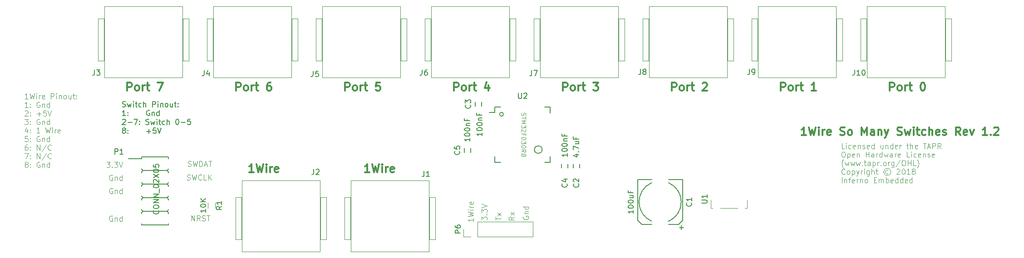
<source format=gto>
%TF.GenerationSoftware,KiCad,Pcbnew,(5.0.1)-3*%
%TF.CreationDate,2018-12-23T12:05:20+11:00*%
%TF.ProjectId,1Wire-SoManySwitches,31576972652D536F4D616E7953776974,1.2*%
%TF.SameCoordinates,Original*%
%TF.FileFunction,Legend,Top*%
%TF.FilePolarity,Positive*%
%FSLAX46Y46*%
G04 Gerber Fmt 4.6, Leading zero omitted, Abs format (unit mm)*
G04 Created by KiCad (PCBNEW (5.0.1)-3) date 23/12/2018 12:05:20 PM*
%MOMM*%
%LPD*%
G01*
G04 APERTURE LIST*
%ADD10C,0.150000*%
%ADD11C,0.300000*%
%ADD12C,0.100000*%
%ADD13C,0.310000*%
%ADD14C,0.120000*%
G04 APERTURE END LIST*
D10*
X135084420Y-84074000D02*
G75*
G03X135084420Y-84074000I-718420J0D01*
G01*
X127867210Y-77470000D02*
G75*
G03X127867210Y-77470000I-359210J0D01*
G01*
X56802976Y-76034761D02*
X56945833Y-76082380D01*
X57183928Y-76082380D01*
X57279166Y-76034761D01*
X57326785Y-75987142D01*
X57374404Y-75891904D01*
X57374404Y-75796666D01*
X57326785Y-75701428D01*
X57279166Y-75653809D01*
X57183928Y-75606190D01*
X56993452Y-75558571D01*
X56898214Y-75510952D01*
X56850595Y-75463333D01*
X56802976Y-75368095D01*
X56802976Y-75272857D01*
X56850595Y-75177619D01*
X56898214Y-75130000D01*
X56993452Y-75082380D01*
X57231547Y-75082380D01*
X57374404Y-75130000D01*
X57707738Y-75415714D02*
X57898214Y-76082380D01*
X58088690Y-75606190D01*
X58279166Y-76082380D01*
X58469642Y-75415714D01*
X58850595Y-76082380D02*
X58850595Y-75415714D01*
X58850595Y-75082380D02*
X58802976Y-75130000D01*
X58850595Y-75177619D01*
X58898214Y-75130000D01*
X58850595Y-75082380D01*
X58850595Y-75177619D01*
X59183928Y-75415714D02*
X59564880Y-75415714D01*
X59326785Y-75082380D02*
X59326785Y-75939523D01*
X59374404Y-76034761D01*
X59469642Y-76082380D01*
X59564880Y-76082380D01*
X60326785Y-76034761D02*
X60231547Y-76082380D01*
X60041071Y-76082380D01*
X59945833Y-76034761D01*
X59898214Y-75987142D01*
X59850595Y-75891904D01*
X59850595Y-75606190D01*
X59898214Y-75510952D01*
X59945833Y-75463333D01*
X60041071Y-75415714D01*
X60231547Y-75415714D01*
X60326785Y-75463333D01*
X60755357Y-76082380D02*
X60755357Y-75082380D01*
X61183928Y-76082380D02*
X61183928Y-75558571D01*
X61136309Y-75463333D01*
X61041071Y-75415714D01*
X60898214Y-75415714D01*
X60802976Y-75463333D01*
X60755357Y-75510952D01*
X62422023Y-76082380D02*
X62422023Y-75082380D01*
X62802976Y-75082380D01*
X62898214Y-75130000D01*
X62945833Y-75177619D01*
X62993452Y-75272857D01*
X62993452Y-75415714D01*
X62945833Y-75510952D01*
X62898214Y-75558571D01*
X62802976Y-75606190D01*
X62422023Y-75606190D01*
X63422023Y-76082380D02*
X63422023Y-75415714D01*
X63422023Y-75082380D02*
X63374404Y-75130000D01*
X63422023Y-75177619D01*
X63469642Y-75130000D01*
X63422023Y-75082380D01*
X63422023Y-75177619D01*
X63898214Y-75415714D02*
X63898214Y-76082380D01*
X63898214Y-75510952D02*
X63945833Y-75463333D01*
X64041071Y-75415714D01*
X64183928Y-75415714D01*
X64279166Y-75463333D01*
X64326785Y-75558571D01*
X64326785Y-76082380D01*
X64945833Y-76082380D02*
X64850595Y-76034761D01*
X64802976Y-75987142D01*
X64755357Y-75891904D01*
X64755357Y-75606190D01*
X64802976Y-75510952D01*
X64850595Y-75463333D01*
X64945833Y-75415714D01*
X65088690Y-75415714D01*
X65183928Y-75463333D01*
X65231547Y-75510952D01*
X65279166Y-75606190D01*
X65279166Y-75891904D01*
X65231547Y-75987142D01*
X65183928Y-76034761D01*
X65088690Y-76082380D01*
X64945833Y-76082380D01*
X66136309Y-75415714D02*
X66136309Y-76082380D01*
X65707738Y-75415714D02*
X65707738Y-75939523D01*
X65755357Y-76034761D01*
X65850595Y-76082380D01*
X65993452Y-76082380D01*
X66088690Y-76034761D01*
X66136309Y-75987142D01*
X66469642Y-75415714D02*
X66850595Y-75415714D01*
X66612500Y-75082380D02*
X66612500Y-75939523D01*
X66660119Y-76034761D01*
X66755357Y-76082380D01*
X66850595Y-76082380D01*
X67183928Y-75987142D02*
X67231547Y-76034761D01*
X67183928Y-76082380D01*
X67136309Y-76034761D01*
X67183928Y-75987142D01*
X67183928Y-76082380D01*
X67183928Y-75463333D02*
X67231547Y-75510952D01*
X67183928Y-75558571D01*
X67136309Y-75510952D01*
X67183928Y-75463333D01*
X67183928Y-75558571D01*
X57374404Y-77732380D02*
X56802976Y-77732380D01*
X57088690Y-77732380D02*
X57088690Y-76732380D01*
X56993452Y-76875238D01*
X56898214Y-76970476D01*
X56802976Y-77018095D01*
X57802976Y-77637142D02*
X57850595Y-77684761D01*
X57802976Y-77732380D01*
X57755357Y-77684761D01*
X57802976Y-77637142D01*
X57802976Y-77732380D01*
X57802976Y-77113333D02*
X57850595Y-77160952D01*
X57802976Y-77208571D01*
X57755357Y-77160952D01*
X57802976Y-77113333D01*
X57802976Y-77208571D01*
X61850595Y-76780000D02*
X61755357Y-76732380D01*
X61612500Y-76732380D01*
X61469642Y-76780000D01*
X61374404Y-76875238D01*
X61326785Y-76970476D01*
X61279166Y-77160952D01*
X61279166Y-77303809D01*
X61326785Y-77494285D01*
X61374404Y-77589523D01*
X61469642Y-77684761D01*
X61612500Y-77732380D01*
X61707738Y-77732380D01*
X61850595Y-77684761D01*
X61898214Y-77637142D01*
X61898214Y-77303809D01*
X61707738Y-77303809D01*
X62326785Y-77065714D02*
X62326785Y-77732380D01*
X62326785Y-77160952D02*
X62374404Y-77113333D01*
X62469642Y-77065714D01*
X62612500Y-77065714D01*
X62707738Y-77113333D01*
X62755357Y-77208571D01*
X62755357Y-77732380D01*
X63660119Y-77732380D02*
X63660119Y-76732380D01*
X63660119Y-77684761D02*
X63564880Y-77732380D01*
X63374404Y-77732380D01*
X63279166Y-77684761D01*
X63231547Y-77637142D01*
X63183928Y-77541904D01*
X63183928Y-77256190D01*
X63231547Y-77160952D01*
X63279166Y-77113333D01*
X63374404Y-77065714D01*
X63564880Y-77065714D01*
X63660119Y-77113333D01*
X56802976Y-78477619D02*
X56850595Y-78430000D01*
X56945833Y-78382380D01*
X57183928Y-78382380D01*
X57279166Y-78430000D01*
X57326785Y-78477619D01*
X57374404Y-78572857D01*
X57374404Y-78668095D01*
X57326785Y-78810952D01*
X56755357Y-79382380D01*
X57374404Y-79382380D01*
X57802976Y-79001428D02*
X58564880Y-79001428D01*
X58945833Y-78382380D02*
X59612500Y-78382380D01*
X59183928Y-79382380D01*
X59993452Y-79287142D02*
X60041071Y-79334761D01*
X59993452Y-79382380D01*
X59945833Y-79334761D01*
X59993452Y-79287142D01*
X59993452Y-79382380D01*
X59993452Y-78763333D02*
X60041071Y-78810952D01*
X59993452Y-78858571D01*
X59945833Y-78810952D01*
X59993452Y-78763333D01*
X59993452Y-78858571D01*
X61183928Y-79334761D02*
X61326785Y-79382380D01*
X61564880Y-79382380D01*
X61660119Y-79334761D01*
X61707738Y-79287142D01*
X61755357Y-79191904D01*
X61755357Y-79096666D01*
X61707738Y-79001428D01*
X61660119Y-78953809D01*
X61564880Y-78906190D01*
X61374404Y-78858571D01*
X61279166Y-78810952D01*
X61231547Y-78763333D01*
X61183928Y-78668095D01*
X61183928Y-78572857D01*
X61231547Y-78477619D01*
X61279166Y-78430000D01*
X61374404Y-78382380D01*
X61612500Y-78382380D01*
X61755357Y-78430000D01*
X62088690Y-78715714D02*
X62279166Y-79382380D01*
X62469642Y-78906190D01*
X62660119Y-79382380D01*
X62850595Y-78715714D01*
X63231547Y-79382380D02*
X63231547Y-78715714D01*
X63231547Y-78382380D02*
X63183928Y-78430000D01*
X63231547Y-78477619D01*
X63279166Y-78430000D01*
X63231547Y-78382380D01*
X63231547Y-78477619D01*
X63564880Y-78715714D02*
X63945833Y-78715714D01*
X63707738Y-78382380D02*
X63707738Y-79239523D01*
X63755357Y-79334761D01*
X63850595Y-79382380D01*
X63945833Y-79382380D01*
X64707738Y-79334761D02*
X64612500Y-79382380D01*
X64422023Y-79382380D01*
X64326785Y-79334761D01*
X64279166Y-79287142D01*
X64231547Y-79191904D01*
X64231547Y-78906190D01*
X64279166Y-78810952D01*
X64326785Y-78763333D01*
X64422023Y-78715714D01*
X64612500Y-78715714D01*
X64707738Y-78763333D01*
X65136309Y-79382380D02*
X65136309Y-78382380D01*
X65564880Y-79382380D02*
X65564880Y-78858571D01*
X65517261Y-78763333D01*
X65422023Y-78715714D01*
X65279166Y-78715714D01*
X65183928Y-78763333D01*
X65136309Y-78810952D01*
X66993452Y-78382380D02*
X67088690Y-78382380D01*
X67183928Y-78430000D01*
X67231547Y-78477619D01*
X67279166Y-78572857D01*
X67326785Y-78763333D01*
X67326785Y-79001428D01*
X67279166Y-79191904D01*
X67231547Y-79287142D01*
X67183928Y-79334761D01*
X67088690Y-79382380D01*
X66993452Y-79382380D01*
X66898214Y-79334761D01*
X66850595Y-79287142D01*
X66802976Y-79191904D01*
X66755357Y-79001428D01*
X66755357Y-78763333D01*
X66802976Y-78572857D01*
X66850595Y-78477619D01*
X66898214Y-78430000D01*
X66993452Y-78382380D01*
X67755357Y-79001428D02*
X68517261Y-79001428D01*
X69469642Y-78382380D02*
X68993452Y-78382380D01*
X68945833Y-78858571D01*
X68993452Y-78810952D01*
X69088690Y-78763333D01*
X69326785Y-78763333D01*
X69422023Y-78810952D01*
X69469642Y-78858571D01*
X69517261Y-78953809D01*
X69517261Y-79191904D01*
X69469642Y-79287142D01*
X69422023Y-79334761D01*
X69326785Y-79382380D01*
X69088690Y-79382380D01*
X68993452Y-79334761D01*
X68945833Y-79287142D01*
X56993452Y-80460952D02*
X56898214Y-80413333D01*
X56850595Y-80365714D01*
X56802976Y-80270476D01*
X56802976Y-80222857D01*
X56850595Y-80127619D01*
X56898214Y-80080000D01*
X56993452Y-80032380D01*
X57183928Y-80032380D01*
X57279166Y-80080000D01*
X57326785Y-80127619D01*
X57374404Y-80222857D01*
X57374404Y-80270476D01*
X57326785Y-80365714D01*
X57279166Y-80413333D01*
X57183928Y-80460952D01*
X56993452Y-80460952D01*
X56898214Y-80508571D01*
X56850595Y-80556190D01*
X56802976Y-80651428D01*
X56802976Y-80841904D01*
X56850595Y-80937142D01*
X56898214Y-80984761D01*
X56993452Y-81032380D01*
X57183928Y-81032380D01*
X57279166Y-80984761D01*
X57326785Y-80937142D01*
X57374404Y-80841904D01*
X57374404Y-80651428D01*
X57326785Y-80556190D01*
X57279166Y-80508571D01*
X57183928Y-80460952D01*
X57802976Y-80937142D02*
X57850595Y-80984761D01*
X57802976Y-81032380D01*
X57755357Y-80984761D01*
X57802976Y-80937142D01*
X57802976Y-81032380D01*
X57802976Y-80413333D02*
X57850595Y-80460952D01*
X57802976Y-80508571D01*
X57755357Y-80460952D01*
X57802976Y-80413333D01*
X57802976Y-80508571D01*
X61326785Y-80651428D02*
X62088690Y-80651428D01*
X61707738Y-81032380D02*
X61707738Y-80270476D01*
X63041071Y-80032380D02*
X62564880Y-80032380D01*
X62517261Y-80508571D01*
X62564880Y-80460952D01*
X62660119Y-80413333D01*
X62898214Y-80413333D01*
X62993452Y-80460952D01*
X63041071Y-80508571D01*
X63088690Y-80603809D01*
X63088690Y-80841904D01*
X63041071Y-80937142D01*
X62993452Y-80984761D01*
X62898214Y-81032380D01*
X62660119Y-81032380D01*
X62564880Y-80984761D01*
X62517261Y-80937142D01*
X63374404Y-80032380D02*
X63707738Y-81032380D01*
X64041071Y-80032380D01*
D11*
X102882142Y-88308571D02*
X102025000Y-88308571D01*
X102453571Y-88308571D02*
X102453571Y-86808571D01*
X102310714Y-87022857D01*
X102167857Y-87165714D01*
X102025000Y-87237142D01*
X103382142Y-86808571D02*
X103739285Y-88308571D01*
X104025000Y-87237142D01*
X104310714Y-88308571D01*
X104667857Y-86808571D01*
X105239285Y-88308571D02*
X105239285Y-87308571D01*
X105239285Y-86808571D02*
X105167857Y-86880000D01*
X105239285Y-86951428D01*
X105310714Y-86880000D01*
X105239285Y-86808571D01*
X105239285Y-86951428D01*
X105953571Y-88308571D02*
X105953571Y-87308571D01*
X105953571Y-87594285D02*
X106025000Y-87451428D01*
X106096428Y-87380000D01*
X106239285Y-87308571D01*
X106382142Y-87308571D01*
X107453571Y-88237142D02*
X107310714Y-88308571D01*
X107025000Y-88308571D01*
X106882142Y-88237142D01*
X106810714Y-88094285D01*
X106810714Y-87522857D01*
X106882142Y-87380000D01*
X107025000Y-87308571D01*
X107310714Y-87308571D01*
X107453571Y-87380000D01*
X107525000Y-87522857D01*
X107525000Y-87665714D01*
X106810714Y-87808571D01*
X81292142Y-88308571D02*
X80435000Y-88308571D01*
X80863571Y-88308571D02*
X80863571Y-86808571D01*
X80720714Y-87022857D01*
X80577857Y-87165714D01*
X80435000Y-87237142D01*
X81792142Y-86808571D02*
X82149285Y-88308571D01*
X82435000Y-87237142D01*
X82720714Y-88308571D01*
X83077857Y-86808571D01*
X83649285Y-88308571D02*
X83649285Y-87308571D01*
X83649285Y-86808571D02*
X83577857Y-86880000D01*
X83649285Y-86951428D01*
X83720714Y-86880000D01*
X83649285Y-86808571D01*
X83649285Y-86951428D01*
X84363571Y-88308571D02*
X84363571Y-87308571D01*
X84363571Y-87594285D02*
X84435000Y-87451428D01*
X84506428Y-87380000D01*
X84649285Y-87308571D01*
X84792142Y-87308571D01*
X85863571Y-88237142D02*
X85720714Y-88308571D01*
X85435000Y-88308571D01*
X85292142Y-88237142D01*
X85220714Y-88094285D01*
X85220714Y-87522857D01*
X85292142Y-87380000D01*
X85435000Y-87308571D01*
X85720714Y-87308571D01*
X85863571Y-87380000D01*
X85935000Y-87522857D01*
X85935000Y-87665714D01*
X85220714Y-87808571D01*
X199950000Y-73068571D02*
X199950000Y-71568571D01*
X200521428Y-71568571D01*
X200664285Y-71640000D01*
X200735714Y-71711428D01*
X200807142Y-71854285D01*
X200807142Y-72068571D01*
X200735714Y-72211428D01*
X200664285Y-72282857D01*
X200521428Y-72354285D01*
X199950000Y-72354285D01*
X201664285Y-73068571D02*
X201521428Y-72997142D01*
X201450000Y-72925714D01*
X201378571Y-72782857D01*
X201378571Y-72354285D01*
X201450000Y-72211428D01*
X201521428Y-72140000D01*
X201664285Y-72068571D01*
X201878571Y-72068571D01*
X202021428Y-72140000D01*
X202092857Y-72211428D01*
X202164285Y-72354285D01*
X202164285Y-72782857D01*
X202092857Y-72925714D01*
X202021428Y-72997142D01*
X201878571Y-73068571D01*
X201664285Y-73068571D01*
X202807142Y-73068571D02*
X202807142Y-72068571D01*
X202807142Y-72354285D02*
X202878571Y-72211428D01*
X202950000Y-72140000D01*
X203092857Y-72068571D01*
X203235714Y-72068571D01*
X203521428Y-72068571D02*
X204092857Y-72068571D01*
X203735714Y-71568571D02*
X203735714Y-72854285D01*
X203807142Y-72997142D01*
X203950000Y-73068571D01*
X204092857Y-73068571D01*
X206021428Y-71568571D02*
X206164285Y-71568571D01*
X206307142Y-71640000D01*
X206378571Y-71711428D01*
X206450000Y-71854285D01*
X206521428Y-72140000D01*
X206521428Y-72497142D01*
X206450000Y-72782857D01*
X206378571Y-72925714D01*
X206307142Y-72997142D01*
X206164285Y-73068571D01*
X206021428Y-73068571D01*
X205878571Y-72997142D01*
X205807142Y-72925714D01*
X205735714Y-72782857D01*
X205664285Y-72497142D01*
X205664285Y-72140000D01*
X205735714Y-71854285D01*
X205807142Y-71711428D01*
X205878571Y-71640000D01*
X206021428Y-71568571D01*
X179630000Y-73068571D02*
X179630000Y-71568571D01*
X180201428Y-71568571D01*
X180344285Y-71640000D01*
X180415714Y-71711428D01*
X180487142Y-71854285D01*
X180487142Y-72068571D01*
X180415714Y-72211428D01*
X180344285Y-72282857D01*
X180201428Y-72354285D01*
X179630000Y-72354285D01*
X181344285Y-73068571D02*
X181201428Y-72997142D01*
X181130000Y-72925714D01*
X181058571Y-72782857D01*
X181058571Y-72354285D01*
X181130000Y-72211428D01*
X181201428Y-72140000D01*
X181344285Y-72068571D01*
X181558571Y-72068571D01*
X181701428Y-72140000D01*
X181772857Y-72211428D01*
X181844285Y-72354285D01*
X181844285Y-72782857D01*
X181772857Y-72925714D01*
X181701428Y-72997142D01*
X181558571Y-73068571D01*
X181344285Y-73068571D01*
X182487142Y-73068571D02*
X182487142Y-72068571D01*
X182487142Y-72354285D02*
X182558571Y-72211428D01*
X182630000Y-72140000D01*
X182772857Y-72068571D01*
X182915714Y-72068571D01*
X183201428Y-72068571D02*
X183772857Y-72068571D01*
X183415714Y-71568571D02*
X183415714Y-72854285D01*
X183487142Y-72997142D01*
X183630000Y-73068571D01*
X183772857Y-73068571D01*
X186201428Y-73068571D02*
X185344285Y-73068571D01*
X185772857Y-73068571D02*
X185772857Y-71568571D01*
X185630000Y-71782857D01*
X185487142Y-71925714D01*
X185344285Y-71997142D01*
X159310000Y-73068571D02*
X159310000Y-71568571D01*
X159881428Y-71568571D01*
X160024285Y-71640000D01*
X160095714Y-71711428D01*
X160167142Y-71854285D01*
X160167142Y-72068571D01*
X160095714Y-72211428D01*
X160024285Y-72282857D01*
X159881428Y-72354285D01*
X159310000Y-72354285D01*
X161024285Y-73068571D02*
X160881428Y-72997142D01*
X160810000Y-72925714D01*
X160738571Y-72782857D01*
X160738571Y-72354285D01*
X160810000Y-72211428D01*
X160881428Y-72140000D01*
X161024285Y-72068571D01*
X161238571Y-72068571D01*
X161381428Y-72140000D01*
X161452857Y-72211428D01*
X161524285Y-72354285D01*
X161524285Y-72782857D01*
X161452857Y-72925714D01*
X161381428Y-72997142D01*
X161238571Y-73068571D01*
X161024285Y-73068571D01*
X162167142Y-73068571D02*
X162167142Y-72068571D01*
X162167142Y-72354285D02*
X162238571Y-72211428D01*
X162310000Y-72140000D01*
X162452857Y-72068571D01*
X162595714Y-72068571D01*
X162881428Y-72068571D02*
X163452857Y-72068571D01*
X163095714Y-71568571D02*
X163095714Y-72854285D01*
X163167142Y-72997142D01*
X163310000Y-73068571D01*
X163452857Y-73068571D01*
X165024285Y-71711428D02*
X165095714Y-71640000D01*
X165238571Y-71568571D01*
X165595714Y-71568571D01*
X165738571Y-71640000D01*
X165810000Y-71711428D01*
X165881428Y-71854285D01*
X165881428Y-71997142D01*
X165810000Y-72211428D01*
X164952857Y-73068571D01*
X165881428Y-73068571D01*
X138990000Y-73068571D02*
X138990000Y-71568571D01*
X139561428Y-71568571D01*
X139704285Y-71640000D01*
X139775714Y-71711428D01*
X139847142Y-71854285D01*
X139847142Y-72068571D01*
X139775714Y-72211428D01*
X139704285Y-72282857D01*
X139561428Y-72354285D01*
X138990000Y-72354285D01*
X140704285Y-73068571D02*
X140561428Y-72997142D01*
X140490000Y-72925714D01*
X140418571Y-72782857D01*
X140418571Y-72354285D01*
X140490000Y-72211428D01*
X140561428Y-72140000D01*
X140704285Y-72068571D01*
X140918571Y-72068571D01*
X141061428Y-72140000D01*
X141132857Y-72211428D01*
X141204285Y-72354285D01*
X141204285Y-72782857D01*
X141132857Y-72925714D01*
X141061428Y-72997142D01*
X140918571Y-73068571D01*
X140704285Y-73068571D01*
X141847142Y-73068571D02*
X141847142Y-72068571D01*
X141847142Y-72354285D02*
X141918571Y-72211428D01*
X141990000Y-72140000D01*
X142132857Y-72068571D01*
X142275714Y-72068571D01*
X142561428Y-72068571D02*
X143132857Y-72068571D01*
X142775714Y-71568571D02*
X142775714Y-72854285D01*
X142847142Y-72997142D01*
X142990000Y-73068571D01*
X143132857Y-73068571D01*
X144632857Y-71568571D02*
X145561428Y-71568571D01*
X145061428Y-72140000D01*
X145275714Y-72140000D01*
X145418571Y-72211428D01*
X145490000Y-72282857D01*
X145561428Y-72425714D01*
X145561428Y-72782857D01*
X145490000Y-72925714D01*
X145418571Y-72997142D01*
X145275714Y-73068571D01*
X144847142Y-73068571D01*
X144704285Y-72997142D01*
X144632857Y-72925714D01*
X118670000Y-73068571D02*
X118670000Y-71568571D01*
X119241428Y-71568571D01*
X119384285Y-71640000D01*
X119455714Y-71711428D01*
X119527142Y-71854285D01*
X119527142Y-72068571D01*
X119455714Y-72211428D01*
X119384285Y-72282857D01*
X119241428Y-72354285D01*
X118670000Y-72354285D01*
X120384285Y-73068571D02*
X120241428Y-72997142D01*
X120170000Y-72925714D01*
X120098571Y-72782857D01*
X120098571Y-72354285D01*
X120170000Y-72211428D01*
X120241428Y-72140000D01*
X120384285Y-72068571D01*
X120598571Y-72068571D01*
X120741428Y-72140000D01*
X120812857Y-72211428D01*
X120884285Y-72354285D01*
X120884285Y-72782857D01*
X120812857Y-72925714D01*
X120741428Y-72997142D01*
X120598571Y-73068571D01*
X120384285Y-73068571D01*
X121527142Y-73068571D02*
X121527142Y-72068571D01*
X121527142Y-72354285D02*
X121598571Y-72211428D01*
X121670000Y-72140000D01*
X121812857Y-72068571D01*
X121955714Y-72068571D01*
X122241428Y-72068571D02*
X122812857Y-72068571D01*
X122455714Y-71568571D02*
X122455714Y-72854285D01*
X122527142Y-72997142D01*
X122670000Y-73068571D01*
X122812857Y-73068571D01*
X125098571Y-72068571D02*
X125098571Y-73068571D01*
X124741428Y-71497142D02*
X124384285Y-72568571D01*
X125312857Y-72568571D01*
X98350000Y-73068571D02*
X98350000Y-71568571D01*
X98921428Y-71568571D01*
X99064285Y-71640000D01*
X99135714Y-71711428D01*
X99207142Y-71854285D01*
X99207142Y-72068571D01*
X99135714Y-72211428D01*
X99064285Y-72282857D01*
X98921428Y-72354285D01*
X98350000Y-72354285D01*
X100064285Y-73068571D02*
X99921428Y-72997142D01*
X99850000Y-72925714D01*
X99778571Y-72782857D01*
X99778571Y-72354285D01*
X99850000Y-72211428D01*
X99921428Y-72140000D01*
X100064285Y-72068571D01*
X100278571Y-72068571D01*
X100421428Y-72140000D01*
X100492857Y-72211428D01*
X100564285Y-72354285D01*
X100564285Y-72782857D01*
X100492857Y-72925714D01*
X100421428Y-72997142D01*
X100278571Y-73068571D01*
X100064285Y-73068571D01*
X101207142Y-73068571D02*
X101207142Y-72068571D01*
X101207142Y-72354285D02*
X101278571Y-72211428D01*
X101350000Y-72140000D01*
X101492857Y-72068571D01*
X101635714Y-72068571D01*
X101921428Y-72068571D02*
X102492857Y-72068571D01*
X102135714Y-71568571D02*
X102135714Y-72854285D01*
X102207142Y-72997142D01*
X102350000Y-73068571D01*
X102492857Y-73068571D01*
X104850000Y-71568571D02*
X104135714Y-71568571D01*
X104064285Y-72282857D01*
X104135714Y-72211428D01*
X104278571Y-72140000D01*
X104635714Y-72140000D01*
X104778571Y-72211428D01*
X104850000Y-72282857D01*
X104921428Y-72425714D01*
X104921428Y-72782857D01*
X104850000Y-72925714D01*
X104778571Y-72997142D01*
X104635714Y-73068571D01*
X104278571Y-73068571D01*
X104135714Y-72997142D01*
X104064285Y-72925714D01*
X78030000Y-73068571D02*
X78030000Y-71568571D01*
X78601428Y-71568571D01*
X78744285Y-71640000D01*
X78815714Y-71711428D01*
X78887142Y-71854285D01*
X78887142Y-72068571D01*
X78815714Y-72211428D01*
X78744285Y-72282857D01*
X78601428Y-72354285D01*
X78030000Y-72354285D01*
X79744285Y-73068571D02*
X79601428Y-72997142D01*
X79530000Y-72925714D01*
X79458571Y-72782857D01*
X79458571Y-72354285D01*
X79530000Y-72211428D01*
X79601428Y-72140000D01*
X79744285Y-72068571D01*
X79958571Y-72068571D01*
X80101428Y-72140000D01*
X80172857Y-72211428D01*
X80244285Y-72354285D01*
X80244285Y-72782857D01*
X80172857Y-72925714D01*
X80101428Y-72997142D01*
X79958571Y-73068571D01*
X79744285Y-73068571D01*
X80887142Y-73068571D02*
X80887142Y-72068571D01*
X80887142Y-72354285D02*
X80958571Y-72211428D01*
X81030000Y-72140000D01*
X81172857Y-72068571D01*
X81315714Y-72068571D01*
X81601428Y-72068571D02*
X82172857Y-72068571D01*
X81815714Y-71568571D02*
X81815714Y-72854285D01*
X81887142Y-72997142D01*
X82030000Y-73068571D01*
X82172857Y-73068571D01*
X84458571Y-71568571D02*
X84172857Y-71568571D01*
X84030000Y-71640000D01*
X83958571Y-71711428D01*
X83815714Y-71925714D01*
X83744285Y-72211428D01*
X83744285Y-72782857D01*
X83815714Y-72925714D01*
X83887142Y-72997142D01*
X84030000Y-73068571D01*
X84315714Y-73068571D01*
X84458571Y-72997142D01*
X84530000Y-72925714D01*
X84601428Y-72782857D01*
X84601428Y-72425714D01*
X84530000Y-72282857D01*
X84458571Y-72211428D01*
X84315714Y-72140000D01*
X84030000Y-72140000D01*
X83887142Y-72211428D01*
X83815714Y-72282857D01*
X83744285Y-72425714D01*
X57710000Y-73068571D02*
X57710000Y-71568571D01*
X58281428Y-71568571D01*
X58424285Y-71640000D01*
X58495714Y-71711428D01*
X58567142Y-71854285D01*
X58567142Y-72068571D01*
X58495714Y-72211428D01*
X58424285Y-72282857D01*
X58281428Y-72354285D01*
X57710000Y-72354285D01*
X59424285Y-73068571D02*
X59281428Y-72997142D01*
X59210000Y-72925714D01*
X59138571Y-72782857D01*
X59138571Y-72354285D01*
X59210000Y-72211428D01*
X59281428Y-72140000D01*
X59424285Y-72068571D01*
X59638571Y-72068571D01*
X59781428Y-72140000D01*
X59852857Y-72211428D01*
X59924285Y-72354285D01*
X59924285Y-72782857D01*
X59852857Y-72925714D01*
X59781428Y-72997142D01*
X59638571Y-73068571D01*
X59424285Y-73068571D01*
X60567142Y-73068571D02*
X60567142Y-72068571D01*
X60567142Y-72354285D02*
X60638571Y-72211428D01*
X60710000Y-72140000D01*
X60852857Y-72068571D01*
X60995714Y-72068571D01*
X61281428Y-72068571D02*
X61852857Y-72068571D01*
X61495714Y-71568571D02*
X61495714Y-72854285D01*
X61567142Y-72997142D01*
X61710000Y-73068571D01*
X61852857Y-73068571D01*
X63352857Y-71568571D02*
X64352857Y-71568571D01*
X63710000Y-73068571D01*
D12*
X122245380Y-96892904D02*
X122245380Y-97464333D01*
X122245380Y-97178619D02*
X121245380Y-97178619D01*
X121388238Y-97273857D01*
X121483476Y-97369095D01*
X121531095Y-97464333D01*
X121245380Y-96559571D02*
X122245380Y-96321476D01*
X121531095Y-96131000D01*
X122245380Y-95940523D01*
X121245380Y-95702428D01*
X122245380Y-95321476D02*
X121578714Y-95321476D01*
X121245380Y-95321476D02*
X121293000Y-95369095D01*
X121340619Y-95321476D01*
X121293000Y-95273857D01*
X121245380Y-95321476D01*
X121340619Y-95321476D01*
X122245380Y-94845285D02*
X121578714Y-94845285D01*
X121769190Y-94845285D02*
X121673952Y-94797666D01*
X121626333Y-94750047D01*
X121578714Y-94654809D01*
X121578714Y-94559571D01*
X122197761Y-93845285D02*
X122245380Y-93940523D01*
X122245380Y-94131000D01*
X122197761Y-94226238D01*
X122102523Y-94273857D01*
X121721571Y-94273857D01*
X121626333Y-94226238D01*
X121578714Y-94131000D01*
X121578714Y-93940523D01*
X121626333Y-93845285D01*
X121721571Y-93797666D01*
X121816809Y-93797666D01*
X121912047Y-94273857D01*
X39180904Y-74570380D02*
X38609476Y-74570380D01*
X38895190Y-74570380D02*
X38895190Y-73570380D01*
X38799952Y-73713238D01*
X38704714Y-73808476D01*
X38609476Y-73856095D01*
X39514238Y-73570380D02*
X39752333Y-74570380D01*
X39942809Y-73856095D01*
X40133285Y-74570380D01*
X40371380Y-73570380D01*
X40752333Y-74570380D02*
X40752333Y-73903714D01*
X40752333Y-73570380D02*
X40704714Y-73618000D01*
X40752333Y-73665619D01*
X40799952Y-73618000D01*
X40752333Y-73570380D01*
X40752333Y-73665619D01*
X41228523Y-74570380D02*
X41228523Y-73903714D01*
X41228523Y-74094190D02*
X41276142Y-73998952D01*
X41323761Y-73951333D01*
X41419000Y-73903714D01*
X41514238Y-73903714D01*
X42228523Y-74522761D02*
X42133285Y-74570380D01*
X41942809Y-74570380D01*
X41847571Y-74522761D01*
X41799952Y-74427523D01*
X41799952Y-74046571D01*
X41847571Y-73951333D01*
X41942809Y-73903714D01*
X42133285Y-73903714D01*
X42228523Y-73951333D01*
X42276142Y-74046571D01*
X42276142Y-74141809D01*
X41799952Y-74237047D01*
X43466619Y-74570380D02*
X43466619Y-73570380D01*
X43847571Y-73570380D01*
X43942809Y-73618000D01*
X43990428Y-73665619D01*
X44038047Y-73760857D01*
X44038047Y-73903714D01*
X43990428Y-73998952D01*
X43942809Y-74046571D01*
X43847571Y-74094190D01*
X43466619Y-74094190D01*
X44466619Y-74570380D02*
X44466619Y-73903714D01*
X44466619Y-73570380D02*
X44419000Y-73618000D01*
X44466619Y-73665619D01*
X44514238Y-73618000D01*
X44466619Y-73570380D01*
X44466619Y-73665619D01*
X44942809Y-73903714D02*
X44942809Y-74570380D01*
X44942809Y-73998952D02*
X44990428Y-73951333D01*
X45085666Y-73903714D01*
X45228523Y-73903714D01*
X45323761Y-73951333D01*
X45371380Y-74046571D01*
X45371380Y-74570380D01*
X45990428Y-74570380D02*
X45895190Y-74522761D01*
X45847571Y-74475142D01*
X45799952Y-74379904D01*
X45799952Y-74094190D01*
X45847571Y-73998952D01*
X45895190Y-73951333D01*
X45990428Y-73903714D01*
X46133285Y-73903714D01*
X46228523Y-73951333D01*
X46276142Y-73998952D01*
X46323761Y-74094190D01*
X46323761Y-74379904D01*
X46276142Y-74475142D01*
X46228523Y-74522761D01*
X46133285Y-74570380D01*
X45990428Y-74570380D01*
X47180904Y-73903714D02*
X47180904Y-74570380D01*
X46752333Y-73903714D02*
X46752333Y-74427523D01*
X46799952Y-74522761D01*
X46895190Y-74570380D01*
X47038047Y-74570380D01*
X47133285Y-74522761D01*
X47180904Y-74475142D01*
X47514238Y-73903714D02*
X47895190Y-73903714D01*
X47657095Y-73570380D02*
X47657095Y-74427523D01*
X47704714Y-74522761D01*
X47799952Y-74570380D01*
X47895190Y-74570380D01*
X48228523Y-74475142D02*
X48276142Y-74522761D01*
X48228523Y-74570380D01*
X48180904Y-74522761D01*
X48228523Y-74475142D01*
X48228523Y-74570380D01*
X48228523Y-73951333D02*
X48276142Y-73998952D01*
X48228523Y-74046571D01*
X48180904Y-73998952D01*
X48228523Y-73951333D01*
X48228523Y-74046571D01*
X39180904Y-76170380D02*
X38609476Y-76170380D01*
X38895190Y-76170380D02*
X38895190Y-75170380D01*
X38799952Y-75313238D01*
X38704714Y-75408476D01*
X38609476Y-75456095D01*
X39609476Y-76075142D02*
X39657095Y-76122761D01*
X39609476Y-76170380D01*
X39561857Y-76122761D01*
X39609476Y-76075142D01*
X39609476Y-76170380D01*
X39609476Y-75551333D02*
X39657095Y-75598952D01*
X39609476Y-75646571D01*
X39561857Y-75598952D01*
X39609476Y-75551333D01*
X39609476Y-75646571D01*
X41371380Y-75218000D02*
X41276142Y-75170380D01*
X41133285Y-75170380D01*
X40990428Y-75218000D01*
X40895190Y-75313238D01*
X40847571Y-75408476D01*
X40799952Y-75598952D01*
X40799952Y-75741809D01*
X40847571Y-75932285D01*
X40895190Y-76027523D01*
X40990428Y-76122761D01*
X41133285Y-76170380D01*
X41228523Y-76170380D01*
X41371380Y-76122761D01*
X41419000Y-76075142D01*
X41419000Y-75741809D01*
X41228523Y-75741809D01*
X41847571Y-75503714D02*
X41847571Y-76170380D01*
X41847571Y-75598952D02*
X41895190Y-75551333D01*
X41990428Y-75503714D01*
X42133285Y-75503714D01*
X42228523Y-75551333D01*
X42276142Y-75646571D01*
X42276142Y-76170380D01*
X43180904Y-76170380D02*
X43180904Y-75170380D01*
X43180904Y-76122761D02*
X43085666Y-76170380D01*
X42895190Y-76170380D01*
X42799952Y-76122761D01*
X42752333Y-76075142D01*
X42704714Y-75979904D01*
X42704714Y-75694190D01*
X42752333Y-75598952D01*
X42799952Y-75551333D01*
X42895190Y-75503714D01*
X43085666Y-75503714D01*
X43180904Y-75551333D01*
X38609476Y-76865619D02*
X38657095Y-76818000D01*
X38752333Y-76770380D01*
X38990428Y-76770380D01*
X39085666Y-76818000D01*
X39133285Y-76865619D01*
X39180904Y-76960857D01*
X39180904Y-77056095D01*
X39133285Y-77198952D01*
X38561857Y-77770380D01*
X39180904Y-77770380D01*
X39609476Y-77675142D02*
X39657095Y-77722761D01*
X39609476Y-77770380D01*
X39561857Y-77722761D01*
X39609476Y-77675142D01*
X39609476Y-77770380D01*
X39609476Y-77151333D02*
X39657095Y-77198952D01*
X39609476Y-77246571D01*
X39561857Y-77198952D01*
X39609476Y-77151333D01*
X39609476Y-77246571D01*
X40847571Y-77389428D02*
X41609476Y-77389428D01*
X41228523Y-77770380D02*
X41228523Y-77008476D01*
X42561857Y-76770380D02*
X42085666Y-76770380D01*
X42038047Y-77246571D01*
X42085666Y-77198952D01*
X42180904Y-77151333D01*
X42419000Y-77151333D01*
X42514238Y-77198952D01*
X42561857Y-77246571D01*
X42609476Y-77341809D01*
X42609476Y-77579904D01*
X42561857Y-77675142D01*
X42514238Y-77722761D01*
X42419000Y-77770380D01*
X42180904Y-77770380D01*
X42085666Y-77722761D01*
X42038047Y-77675142D01*
X42895190Y-76770380D02*
X43228523Y-77770380D01*
X43561857Y-76770380D01*
X38561857Y-78370380D02*
X39180904Y-78370380D01*
X38847571Y-78751333D01*
X38990428Y-78751333D01*
X39085666Y-78798952D01*
X39133285Y-78846571D01*
X39180904Y-78941809D01*
X39180904Y-79179904D01*
X39133285Y-79275142D01*
X39085666Y-79322761D01*
X38990428Y-79370380D01*
X38704714Y-79370380D01*
X38609476Y-79322761D01*
X38561857Y-79275142D01*
X39609476Y-79275142D02*
X39657095Y-79322761D01*
X39609476Y-79370380D01*
X39561857Y-79322761D01*
X39609476Y-79275142D01*
X39609476Y-79370380D01*
X39609476Y-78751333D02*
X39657095Y-78798952D01*
X39609476Y-78846571D01*
X39561857Y-78798952D01*
X39609476Y-78751333D01*
X39609476Y-78846571D01*
X41371380Y-78418000D02*
X41276142Y-78370380D01*
X41133285Y-78370380D01*
X40990428Y-78418000D01*
X40895190Y-78513238D01*
X40847571Y-78608476D01*
X40799952Y-78798952D01*
X40799952Y-78941809D01*
X40847571Y-79132285D01*
X40895190Y-79227523D01*
X40990428Y-79322761D01*
X41133285Y-79370380D01*
X41228523Y-79370380D01*
X41371380Y-79322761D01*
X41419000Y-79275142D01*
X41419000Y-78941809D01*
X41228523Y-78941809D01*
X41847571Y-78703714D02*
X41847571Y-79370380D01*
X41847571Y-78798952D02*
X41895190Y-78751333D01*
X41990428Y-78703714D01*
X42133285Y-78703714D01*
X42228523Y-78751333D01*
X42276142Y-78846571D01*
X42276142Y-79370380D01*
X43180904Y-79370380D02*
X43180904Y-78370380D01*
X43180904Y-79322761D02*
X43085666Y-79370380D01*
X42895190Y-79370380D01*
X42799952Y-79322761D01*
X42752333Y-79275142D01*
X42704714Y-79179904D01*
X42704714Y-78894190D01*
X42752333Y-78798952D01*
X42799952Y-78751333D01*
X42895190Y-78703714D01*
X43085666Y-78703714D01*
X43180904Y-78751333D01*
X39085666Y-80303714D02*
X39085666Y-80970380D01*
X38847571Y-79922761D02*
X38609476Y-80637047D01*
X39228523Y-80637047D01*
X39609476Y-80875142D02*
X39657095Y-80922761D01*
X39609476Y-80970380D01*
X39561857Y-80922761D01*
X39609476Y-80875142D01*
X39609476Y-80970380D01*
X39609476Y-80351333D02*
X39657095Y-80398952D01*
X39609476Y-80446571D01*
X39561857Y-80398952D01*
X39609476Y-80351333D01*
X39609476Y-80446571D01*
X41371380Y-80970380D02*
X40799952Y-80970380D01*
X41085666Y-80970380D02*
X41085666Y-79970380D01*
X40990428Y-80113238D01*
X40895190Y-80208476D01*
X40799952Y-80256095D01*
X42466619Y-79970380D02*
X42704714Y-80970380D01*
X42895190Y-80256095D01*
X43085666Y-80970380D01*
X43323761Y-79970380D01*
X43704714Y-80970380D02*
X43704714Y-80303714D01*
X43704714Y-79970380D02*
X43657095Y-80018000D01*
X43704714Y-80065619D01*
X43752333Y-80018000D01*
X43704714Y-79970380D01*
X43704714Y-80065619D01*
X44180904Y-80970380D02*
X44180904Y-80303714D01*
X44180904Y-80494190D02*
X44228523Y-80398952D01*
X44276142Y-80351333D01*
X44371380Y-80303714D01*
X44466619Y-80303714D01*
X45180904Y-80922761D02*
X45085666Y-80970380D01*
X44895190Y-80970380D01*
X44799952Y-80922761D01*
X44752333Y-80827523D01*
X44752333Y-80446571D01*
X44799952Y-80351333D01*
X44895190Y-80303714D01*
X45085666Y-80303714D01*
X45180904Y-80351333D01*
X45228523Y-80446571D01*
X45228523Y-80541809D01*
X44752333Y-80637047D01*
X39133285Y-81570380D02*
X38657095Y-81570380D01*
X38609476Y-82046571D01*
X38657095Y-81998952D01*
X38752333Y-81951333D01*
X38990428Y-81951333D01*
X39085666Y-81998952D01*
X39133285Y-82046571D01*
X39180904Y-82141809D01*
X39180904Y-82379904D01*
X39133285Y-82475142D01*
X39085666Y-82522761D01*
X38990428Y-82570380D01*
X38752333Y-82570380D01*
X38657095Y-82522761D01*
X38609476Y-82475142D01*
X39609476Y-82475142D02*
X39657095Y-82522761D01*
X39609476Y-82570380D01*
X39561857Y-82522761D01*
X39609476Y-82475142D01*
X39609476Y-82570380D01*
X39609476Y-81951333D02*
X39657095Y-81998952D01*
X39609476Y-82046571D01*
X39561857Y-81998952D01*
X39609476Y-81951333D01*
X39609476Y-82046571D01*
X41371380Y-81618000D02*
X41276142Y-81570380D01*
X41133285Y-81570380D01*
X40990428Y-81618000D01*
X40895190Y-81713238D01*
X40847571Y-81808476D01*
X40799952Y-81998952D01*
X40799952Y-82141809D01*
X40847571Y-82332285D01*
X40895190Y-82427523D01*
X40990428Y-82522761D01*
X41133285Y-82570380D01*
X41228523Y-82570380D01*
X41371380Y-82522761D01*
X41419000Y-82475142D01*
X41419000Y-82141809D01*
X41228523Y-82141809D01*
X41847571Y-81903714D02*
X41847571Y-82570380D01*
X41847571Y-81998952D02*
X41895190Y-81951333D01*
X41990428Y-81903714D01*
X42133285Y-81903714D01*
X42228523Y-81951333D01*
X42276142Y-82046571D01*
X42276142Y-82570380D01*
X43180904Y-82570380D02*
X43180904Y-81570380D01*
X43180904Y-82522761D02*
X43085666Y-82570380D01*
X42895190Y-82570380D01*
X42799952Y-82522761D01*
X42752333Y-82475142D01*
X42704714Y-82379904D01*
X42704714Y-82094190D01*
X42752333Y-81998952D01*
X42799952Y-81951333D01*
X42895190Y-81903714D01*
X43085666Y-81903714D01*
X43180904Y-81951333D01*
X39085666Y-83170380D02*
X38895190Y-83170380D01*
X38799952Y-83218000D01*
X38752333Y-83265619D01*
X38657095Y-83408476D01*
X38609476Y-83598952D01*
X38609476Y-83979904D01*
X38657095Y-84075142D01*
X38704714Y-84122761D01*
X38799952Y-84170380D01*
X38990428Y-84170380D01*
X39085666Y-84122761D01*
X39133285Y-84075142D01*
X39180904Y-83979904D01*
X39180904Y-83741809D01*
X39133285Y-83646571D01*
X39085666Y-83598952D01*
X38990428Y-83551333D01*
X38799952Y-83551333D01*
X38704714Y-83598952D01*
X38657095Y-83646571D01*
X38609476Y-83741809D01*
X39609476Y-84075142D02*
X39657095Y-84122761D01*
X39609476Y-84170380D01*
X39561857Y-84122761D01*
X39609476Y-84075142D01*
X39609476Y-84170380D01*
X39609476Y-83551333D02*
X39657095Y-83598952D01*
X39609476Y-83646571D01*
X39561857Y-83598952D01*
X39609476Y-83551333D01*
X39609476Y-83646571D01*
X40847571Y-84170380D02*
X40847571Y-83170380D01*
X41419000Y-84170380D01*
X41419000Y-83170380D01*
X42609476Y-83122761D02*
X41752333Y-84408476D01*
X43514238Y-84075142D02*
X43466619Y-84122761D01*
X43323761Y-84170380D01*
X43228523Y-84170380D01*
X43085666Y-84122761D01*
X42990428Y-84027523D01*
X42942809Y-83932285D01*
X42895190Y-83741809D01*
X42895190Y-83598952D01*
X42942809Y-83408476D01*
X42990428Y-83313238D01*
X43085666Y-83218000D01*
X43228523Y-83170380D01*
X43323761Y-83170380D01*
X43466619Y-83218000D01*
X43514238Y-83265619D01*
X38561857Y-84770380D02*
X39228523Y-84770380D01*
X38799952Y-85770380D01*
X39609476Y-85675142D02*
X39657095Y-85722761D01*
X39609476Y-85770380D01*
X39561857Y-85722761D01*
X39609476Y-85675142D01*
X39609476Y-85770380D01*
X39609476Y-85151333D02*
X39657095Y-85198952D01*
X39609476Y-85246571D01*
X39561857Y-85198952D01*
X39609476Y-85151333D01*
X39609476Y-85246571D01*
X40847571Y-85770380D02*
X40847571Y-84770380D01*
X41419000Y-85770380D01*
X41419000Y-84770380D01*
X42609476Y-84722761D02*
X41752333Y-86008476D01*
X43514238Y-85675142D02*
X43466619Y-85722761D01*
X43323761Y-85770380D01*
X43228523Y-85770380D01*
X43085666Y-85722761D01*
X42990428Y-85627523D01*
X42942809Y-85532285D01*
X42895190Y-85341809D01*
X42895190Y-85198952D01*
X42942809Y-85008476D01*
X42990428Y-84913238D01*
X43085666Y-84818000D01*
X43228523Y-84770380D01*
X43323761Y-84770380D01*
X43466619Y-84818000D01*
X43514238Y-84865619D01*
X38799952Y-86798952D02*
X38704714Y-86751333D01*
X38657095Y-86703714D01*
X38609476Y-86608476D01*
X38609476Y-86560857D01*
X38657095Y-86465619D01*
X38704714Y-86418000D01*
X38799952Y-86370380D01*
X38990428Y-86370380D01*
X39085666Y-86418000D01*
X39133285Y-86465619D01*
X39180904Y-86560857D01*
X39180904Y-86608476D01*
X39133285Y-86703714D01*
X39085666Y-86751333D01*
X38990428Y-86798952D01*
X38799952Y-86798952D01*
X38704714Y-86846571D01*
X38657095Y-86894190D01*
X38609476Y-86989428D01*
X38609476Y-87179904D01*
X38657095Y-87275142D01*
X38704714Y-87322761D01*
X38799952Y-87370380D01*
X38990428Y-87370380D01*
X39085666Y-87322761D01*
X39133285Y-87275142D01*
X39180904Y-87179904D01*
X39180904Y-86989428D01*
X39133285Y-86894190D01*
X39085666Y-86846571D01*
X38990428Y-86798952D01*
X39609476Y-87275142D02*
X39657095Y-87322761D01*
X39609476Y-87370380D01*
X39561857Y-87322761D01*
X39609476Y-87275142D01*
X39609476Y-87370380D01*
X39609476Y-86751333D02*
X39657095Y-86798952D01*
X39609476Y-86846571D01*
X39561857Y-86798952D01*
X39609476Y-86751333D01*
X39609476Y-86846571D01*
X41371380Y-86418000D02*
X41276142Y-86370380D01*
X41133285Y-86370380D01*
X40990428Y-86418000D01*
X40895190Y-86513238D01*
X40847571Y-86608476D01*
X40799952Y-86798952D01*
X40799952Y-86941809D01*
X40847571Y-87132285D01*
X40895190Y-87227523D01*
X40990428Y-87322761D01*
X41133285Y-87370380D01*
X41228523Y-87370380D01*
X41371380Y-87322761D01*
X41419000Y-87275142D01*
X41419000Y-86941809D01*
X41228523Y-86941809D01*
X41847571Y-86703714D02*
X41847571Y-87370380D01*
X41847571Y-86798952D02*
X41895190Y-86751333D01*
X41990428Y-86703714D01*
X42133285Y-86703714D01*
X42228523Y-86751333D01*
X42276142Y-86846571D01*
X42276142Y-87370380D01*
X43180904Y-87370380D02*
X43180904Y-86370380D01*
X43180904Y-87322761D02*
X43085666Y-87370380D01*
X42895190Y-87370380D01*
X42799952Y-87322761D01*
X42752333Y-87275142D01*
X42704714Y-87179904D01*
X42704714Y-86894190D01*
X42752333Y-86798952D01*
X42799952Y-86751333D01*
X42895190Y-86703714D01*
X43085666Y-86703714D01*
X43180904Y-86751333D01*
D13*
X184330785Y-81387071D02*
X183473642Y-81387071D01*
X183902214Y-81387071D02*
X183902214Y-79887071D01*
X183759357Y-80101357D01*
X183616500Y-80244214D01*
X183473642Y-80315642D01*
X184830785Y-79887071D02*
X185187928Y-81387071D01*
X185473642Y-80315642D01*
X185759357Y-81387071D01*
X186116500Y-79887071D01*
X186687928Y-81387071D02*
X186687928Y-80387071D01*
X186687928Y-79887071D02*
X186616500Y-79958500D01*
X186687928Y-80029928D01*
X186759357Y-79958500D01*
X186687928Y-79887071D01*
X186687928Y-80029928D01*
X187402214Y-81387071D02*
X187402214Y-80387071D01*
X187402214Y-80672785D02*
X187473642Y-80529928D01*
X187545071Y-80458500D01*
X187687928Y-80387071D01*
X187830785Y-80387071D01*
X188902214Y-81315642D02*
X188759357Y-81387071D01*
X188473642Y-81387071D01*
X188330785Y-81315642D01*
X188259357Y-81172785D01*
X188259357Y-80601357D01*
X188330785Y-80458500D01*
X188473642Y-80387071D01*
X188759357Y-80387071D01*
X188902214Y-80458500D01*
X188973642Y-80601357D01*
X188973642Y-80744214D01*
X188259357Y-80887071D01*
X190687928Y-81315642D02*
X190902214Y-81387071D01*
X191259357Y-81387071D01*
X191402214Y-81315642D01*
X191473642Y-81244214D01*
X191545071Y-81101357D01*
X191545071Y-80958500D01*
X191473642Y-80815642D01*
X191402214Y-80744214D01*
X191259357Y-80672785D01*
X190973642Y-80601357D01*
X190830785Y-80529928D01*
X190759357Y-80458500D01*
X190687928Y-80315642D01*
X190687928Y-80172785D01*
X190759357Y-80029928D01*
X190830785Y-79958500D01*
X190973642Y-79887071D01*
X191330785Y-79887071D01*
X191545071Y-79958500D01*
X192402214Y-81387071D02*
X192259357Y-81315642D01*
X192187928Y-81244214D01*
X192116500Y-81101357D01*
X192116500Y-80672785D01*
X192187928Y-80529928D01*
X192259357Y-80458500D01*
X192402214Y-80387071D01*
X192616500Y-80387071D01*
X192759357Y-80458500D01*
X192830785Y-80529928D01*
X192902214Y-80672785D01*
X192902214Y-81101357D01*
X192830785Y-81244214D01*
X192759357Y-81315642D01*
X192616500Y-81387071D01*
X192402214Y-81387071D01*
X194687928Y-81387071D02*
X194687928Y-79887071D01*
X195187928Y-80958500D01*
X195687928Y-79887071D01*
X195687928Y-81387071D01*
X197045071Y-81387071D02*
X197045071Y-80601357D01*
X196973642Y-80458500D01*
X196830785Y-80387071D01*
X196545071Y-80387071D01*
X196402214Y-80458500D01*
X197045071Y-81315642D02*
X196902214Y-81387071D01*
X196545071Y-81387071D01*
X196402214Y-81315642D01*
X196330785Y-81172785D01*
X196330785Y-81029928D01*
X196402214Y-80887071D01*
X196545071Y-80815642D01*
X196902214Y-80815642D01*
X197045071Y-80744214D01*
X197759357Y-80387071D02*
X197759357Y-81387071D01*
X197759357Y-80529928D02*
X197830785Y-80458500D01*
X197973642Y-80387071D01*
X198187928Y-80387071D01*
X198330785Y-80458500D01*
X198402214Y-80601357D01*
X198402214Y-81387071D01*
X198973642Y-80387071D02*
X199330785Y-81387071D01*
X199687928Y-80387071D02*
X199330785Y-81387071D01*
X199187928Y-81744214D01*
X199116500Y-81815642D01*
X198973642Y-81887071D01*
X201330785Y-81315642D02*
X201545071Y-81387071D01*
X201902214Y-81387071D01*
X202045071Y-81315642D01*
X202116500Y-81244214D01*
X202187928Y-81101357D01*
X202187928Y-80958500D01*
X202116500Y-80815642D01*
X202045071Y-80744214D01*
X201902214Y-80672785D01*
X201616500Y-80601357D01*
X201473642Y-80529928D01*
X201402214Y-80458500D01*
X201330785Y-80315642D01*
X201330785Y-80172785D01*
X201402214Y-80029928D01*
X201473642Y-79958500D01*
X201616500Y-79887071D01*
X201973642Y-79887071D01*
X202187928Y-79958500D01*
X202687928Y-80387071D02*
X202973642Y-81387071D01*
X203259357Y-80672785D01*
X203545071Y-81387071D01*
X203830785Y-80387071D01*
X204402214Y-81387071D02*
X204402214Y-80387071D01*
X204402214Y-79887071D02*
X204330785Y-79958500D01*
X204402214Y-80029928D01*
X204473642Y-79958500D01*
X204402214Y-79887071D01*
X204402214Y-80029928D01*
X204902214Y-80387071D02*
X205473642Y-80387071D01*
X205116500Y-79887071D02*
X205116500Y-81172785D01*
X205187928Y-81315642D01*
X205330785Y-81387071D01*
X205473642Y-81387071D01*
X206616500Y-81315642D02*
X206473642Y-81387071D01*
X206187928Y-81387071D01*
X206045071Y-81315642D01*
X205973642Y-81244214D01*
X205902214Y-81101357D01*
X205902214Y-80672785D01*
X205973642Y-80529928D01*
X206045071Y-80458500D01*
X206187928Y-80387071D01*
X206473642Y-80387071D01*
X206616500Y-80458500D01*
X207259357Y-81387071D02*
X207259357Y-79887071D01*
X207902214Y-81387071D02*
X207902214Y-80601357D01*
X207830785Y-80458500D01*
X207687928Y-80387071D01*
X207473642Y-80387071D01*
X207330785Y-80458500D01*
X207259357Y-80529928D01*
X209187928Y-81315642D02*
X209045071Y-81387071D01*
X208759357Y-81387071D01*
X208616500Y-81315642D01*
X208545071Y-81172785D01*
X208545071Y-80601357D01*
X208616500Y-80458500D01*
X208759357Y-80387071D01*
X209045071Y-80387071D01*
X209187928Y-80458500D01*
X209259357Y-80601357D01*
X209259357Y-80744214D01*
X208545071Y-80887071D01*
X209830785Y-81315642D02*
X209973642Y-81387071D01*
X210259357Y-81387071D01*
X210402214Y-81315642D01*
X210473642Y-81172785D01*
X210473642Y-81101357D01*
X210402214Y-80958500D01*
X210259357Y-80887071D01*
X210045071Y-80887071D01*
X209902214Y-80815642D01*
X209830785Y-80672785D01*
X209830785Y-80601357D01*
X209902214Y-80458500D01*
X210045071Y-80387071D01*
X210259357Y-80387071D01*
X210402214Y-80458500D01*
X213116500Y-81387071D02*
X212616500Y-80672785D01*
X212259357Y-81387071D02*
X212259357Y-79887071D01*
X212830785Y-79887071D01*
X212973642Y-79958500D01*
X213045071Y-80029928D01*
X213116500Y-80172785D01*
X213116500Y-80387071D01*
X213045071Y-80529928D01*
X212973642Y-80601357D01*
X212830785Y-80672785D01*
X212259357Y-80672785D01*
X214330785Y-81315642D02*
X214187928Y-81387071D01*
X213902214Y-81387071D01*
X213759357Y-81315642D01*
X213687928Y-81172785D01*
X213687928Y-80601357D01*
X213759357Y-80458500D01*
X213902214Y-80387071D01*
X214187928Y-80387071D01*
X214330785Y-80458500D01*
X214402214Y-80601357D01*
X214402214Y-80744214D01*
X213687928Y-80887071D01*
X214902214Y-80387071D02*
X215259357Y-81387071D01*
X215616500Y-80387071D01*
X218116500Y-81387071D02*
X217259357Y-81387071D01*
X217687928Y-81387071D02*
X217687928Y-79887071D01*
X217545071Y-80101357D01*
X217402214Y-80244214D01*
X217259357Y-80315642D01*
X218759357Y-81244214D02*
X218830785Y-81315642D01*
X218759357Y-81387071D01*
X218687928Y-81315642D01*
X218759357Y-81244214D01*
X218759357Y-81387071D01*
X219402214Y-80029928D02*
X219473642Y-79958500D01*
X219616500Y-79887071D01*
X219973642Y-79887071D01*
X220116500Y-79958500D01*
X220187928Y-80029928D01*
X220259357Y-80172785D01*
X220259357Y-80315642D01*
X220187928Y-80529928D01*
X219330785Y-81387071D01*
X220259357Y-81387071D01*
D12*
X191469785Y-83866380D02*
X190993595Y-83866380D01*
X190993595Y-82866380D01*
X191803119Y-83866380D02*
X191803119Y-83199714D01*
X191803119Y-82866380D02*
X191755500Y-82914000D01*
X191803119Y-82961619D01*
X191850738Y-82914000D01*
X191803119Y-82866380D01*
X191803119Y-82961619D01*
X192707880Y-83818761D02*
X192612642Y-83866380D01*
X192422166Y-83866380D01*
X192326928Y-83818761D01*
X192279309Y-83771142D01*
X192231690Y-83675904D01*
X192231690Y-83390190D01*
X192279309Y-83294952D01*
X192326928Y-83247333D01*
X192422166Y-83199714D01*
X192612642Y-83199714D01*
X192707880Y-83247333D01*
X193517404Y-83818761D02*
X193422166Y-83866380D01*
X193231690Y-83866380D01*
X193136452Y-83818761D01*
X193088833Y-83723523D01*
X193088833Y-83342571D01*
X193136452Y-83247333D01*
X193231690Y-83199714D01*
X193422166Y-83199714D01*
X193517404Y-83247333D01*
X193565023Y-83342571D01*
X193565023Y-83437809D01*
X193088833Y-83533047D01*
X193993595Y-83199714D02*
X193993595Y-83866380D01*
X193993595Y-83294952D02*
X194041214Y-83247333D01*
X194136452Y-83199714D01*
X194279309Y-83199714D01*
X194374547Y-83247333D01*
X194422166Y-83342571D01*
X194422166Y-83866380D01*
X194850738Y-83818761D02*
X194945976Y-83866380D01*
X195136452Y-83866380D01*
X195231690Y-83818761D01*
X195279309Y-83723523D01*
X195279309Y-83675904D01*
X195231690Y-83580666D01*
X195136452Y-83533047D01*
X194993595Y-83533047D01*
X194898357Y-83485428D01*
X194850738Y-83390190D01*
X194850738Y-83342571D01*
X194898357Y-83247333D01*
X194993595Y-83199714D01*
X195136452Y-83199714D01*
X195231690Y-83247333D01*
X196088833Y-83818761D02*
X195993595Y-83866380D01*
X195803119Y-83866380D01*
X195707880Y-83818761D01*
X195660261Y-83723523D01*
X195660261Y-83342571D01*
X195707880Y-83247333D01*
X195803119Y-83199714D01*
X195993595Y-83199714D01*
X196088833Y-83247333D01*
X196136452Y-83342571D01*
X196136452Y-83437809D01*
X195660261Y-83533047D01*
X196993595Y-83866380D02*
X196993595Y-82866380D01*
X196993595Y-83818761D02*
X196898357Y-83866380D01*
X196707880Y-83866380D01*
X196612642Y-83818761D01*
X196565023Y-83771142D01*
X196517404Y-83675904D01*
X196517404Y-83390190D01*
X196565023Y-83294952D01*
X196612642Y-83247333D01*
X196707880Y-83199714D01*
X196898357Y-83199714D01*
X196993595Y-83247333D01*
X198660261Y-83199714D02*
X198660261Y-83866380D01*
X198231690Y-83199714D02*
X198231690Y-83723523D01*
X198279309Y-83818761D01*
X198374547Y-83866380D01*
X198517404Y-83866380D01*
X198612642Y-83818761D01*
X198660261Y-83771142D01*
X199136452Y-83199714D02*
X199136452Y-83866380D01*
X199136452Y-83294952D02*
X199184071Y-83247333D01*
X199279309Y-83199714D01*
X199422166Y-83199714D01*
X199517404Y-83247333D01*
X199565023Y-83342571D01*
X199565023Y-83866380D01*
X200469785Y-83866380D02*
X200469785Y-82866380D01*
X200469785Y-83818761D02*
X200374547Y-83866380D01*
X200184071Y-83866380D01*
X200088833Y-83818761D01*
X200041214Y-83771142D01*
X199993595Y-83675904D01*
X199993595Y-83390190D01*
X200041214Y-83294952D01*
X200088833Y-83247333D01*
X200184071Y-83199714D01*
X200374547Y-83199714D01*
X200469785Y-83247333D01*
X201326928Y-83818761D02*
X201231690Y-83866380D01*
X201041214Y-83866380D01*
X200945976Y-83818761D01*
X200898357Y-83723523D01*
X200898357Y-83342571D01*
X200945976Y-83247333D01*
X201041214Y-83199714D01*
X201231690Y-83199714D01*
X201326928Y-83247333D01*
X201374547Y-83342571D01*
X201374547Y-83437809D01*
X200898357Y-83533047D01*
X201803119Y-83866380D02*
X201803119Y-83199714D01*
X201803119Y-83390190D02*
X201850738Y-83294952D01*
X201898357Y-83247333D01*
X201993595Y-83199714D01*
X202088833Y-83199714D01*
X203041214Y-83199714D02*
X203422166Y-83199714D01*
X203184071Y-82866380D02*
X203184071Y-83723523D01*
X203231690Y-83818761D01*
X203326928Y-83866380D01*
X203422166Y-83866380D01*
X203755500Y-83866380D02*
X203755500Y-82866380D01*
X204184071Y-83866380D02*
X204184071Y-83342571D01*
X204136452Y-83247333D01*
X204041214Y-83199714D01*
X203898357Y-83199714D01*
X203803119Y-83247333D01*
X203755500Y-83294952D01*
X205041214Y-83818761D02*
X204945976Y-83866380D01*
X204755500Y-83866380D01*
X204660261Y-83818761D01*
X204612642Y-83723523D01*
X204612642Y-83342571D01*
X204660261Y-83247333D01*
X204755500Y-83199714D01*
X204945976Y-83199714D01*
X205041214Y-83247333D01*
X205088833Y-83342571D01*
X205088833Y-83437809D01*
X204612642Y-83533047D01*
X206136452Y-82866380D02*
X206707880Y-82866380D01*
X206422166Y-83866380D02*
X206422166Y-82866380D01*
X206993595Y-83580666D02*
X207469785Y-83580666D01*
X206898357Y-83866380D02*
X207231690Y-82866380D01*
X207565023Y-83866380D01*
X207898357Y-83866380D02*
X207898357Y-82866380D01*
X208279309Y-82866380D01*
X208374547Y-82914000D01*
X208422166Y-82961619D01*
X208469785Y-83056857D01*
X208469785Y-83199714D01*
X208422166Y-83294952D01*
X208374547Y-83342571D01*
X208279309Y-83390190D01*
X207898357Y-83390190D01*
X209469785Y-83866380D02*
X209136452Y-83390190D01*
X208898357Y-83866380D02*
X208898357Y-82866380D01*
X209279309Y-82866380D01*
X209374547Y-82914000D01*
X209422166Y-82961619D01*
X209469785Y-83056857D01*
X209469785Y-83199714D01*
X209422166Y-83294952D01*
X209374547Y-83342571D01*
X209279309Y-83390190D01*
X208898357Y-83390190D01*
X191184071Y-84466380D02*
X191374547Y-84466380D01*
X191469785Y-84514000D01*
X191565023Y-84609238D01*
X191612642Y-84799714D01*
X191612642Y-85133047D01*
X191565023Y-85323523D01*
X191469785Y-85418761D01*
X191374547Y-85466380D01*
X191184071Y-85466380D01*
X191088833Y-85418761D01*
X190993595Y-85323523D01*
X190945976Y-85133047D01*
X190945976Y-84799714D01*
X190993595Y-84609238D01*
X191088833Y-84514000D01*
X191184071Y-84466380D01*
X192041214Y-84799714D02*
X192041214Y-85799714D01*
X192041214Y-84847333D02*
X192136452Y-84799714D01*
X192326928Y-84799714D01*
X192422166Y-84847333D01*
X192469785Y-84894952D01*
X192517404Y-84990190D01*
X192517404Y-85275904D01*
X192469785Y-85371142D01*
X192422166Y-85418761D01*
X192326928Y-85466380D01*
X192136452Y-85466380D01*
X192041214Y-85418761D01*
X193326928Y-85418761D02*
X193231690Y-85466380D01*
X193041214Y-85466380D01*
X192945976Y-85418761D01*
X192898357Y-85323523D01*
X192898357Y-84942571D01*
X192945976Y-84847333D01*
X193041214Y-84799714D01*
X193231690Y-84799714D01*
X193326928Y-84847333D01*
X193374547Y-84942571D01*
X193374547Y-85037809D01*
X192898357Y-85133047D01*
X193803119Y-84799714D02*
X193803119Y-85466380D01*
X193803119Y-84894952D02*
X193850738Y-84847333D01*
X193945976Y-84799714D01*
X194088833Y-84799714D01*
X194184071Y-84847333D01*
X194231690Y-84942571D01*
X194231690Y-85466380D01*
X195469785Y-85466380D02*
X195469785Y-84466380D01*
X195469785Y-84942571D02*
X196041214Y-84942571D01*
X196041214Y-85466380D02*
X196041214Y-84466380D01*
X196945976Y-85466380D02*
X196945976Y-84942571D01*
X196898357Y-84847333D01*
X196803119Y-84799714D01*
X196612642Y-84799714D01*
X196517404Y-84847333D01*
X196945976Y-85418761D02*
X196850738Y-85466380D01*
X196612642Y-85466380D01*
X196517404Y-85418761D01*
X196469785Y-85323523D01*
X196469785Y-85228285D01*
X196517404Y-85133047D01*
X196612642Y-85085428D01*
X196850738Y-85085428D01*
X196945976Y-85037809D01*
X197422166Y-85466380D02*
X197422166Y-84799714D01*
X197422166Y-84990190D02*
X197469785Y-84894952D01*
X197517404Y-84847333D01*
X197612642Y-84799714D01*
X197707880Y-84799714D01*
X198469785Y-85466380D02*
X198469785Y-84466380D01*
X198469785Y-85418761D02*
X198374547Y-85466380D01*
X198184071Y-85466380D01*
X198088833Y-85418761D01*
X198041214Y-85371142D01*
X197993595Y-85275904D01*
X197993595Y-84990190D01*
X198041214Y-84894952D01*
X198088833Y-84847333D01*
X198184071Y-84799714D01*
X198374547Y-84799714D01*
X198469785Y-84847333D01*
X198850738Y-84799714D02*
X199041214Y-85466380D01*
X199231690Y-84990190D01*
X199422166Y-85466380D01*
X199612642Y-84799714D01*
X200422166Y-85466380D02*
X200422166Y-84942571D01*
X200374547Y-84847333D01*
X200279309Y-84799714D01*
X200088833Y-84799714D01*
X199993595Y-84847333D01*
X200422166Y-85418761D02*
X200326928Y-85466380D01*
X200088833Y-85466380D01*
X199993595Y-85418761D01*
X199945976Y-85323523D01*
X199945976Y-85228285D01*
X199993595Y-85133047D01*
X200088833Y-85085428D01*
X200326928Y-85085428D01*
X200422166Y-85037809D01*
X200898357Y-85466380D02*
X200898357Y-84799714D01*
X200898357Y-84990190D02*
X200945976Y-84894952D01*
X200993595Y-84847333D01*
X201088833Y-84799714D01*
X201184071Y-84799714D01*
X201898357Y-85418761D02*
X201803119Y-85466380D01*
X201612642Y-85466380D01*
X201517404Y-85418761D01*
X201469785Y-85323523D01*
X201469785Y-84942571D01*
X201517404Y-84847333D01*
X201612642Y-84799714D01*
X201803119Y-84799714D01*
X201898357Y-84847333D01*
X201945976Y-84942571D01*
X201945976Y-85037809D01*
X201469785Y-85133047D01*
X203612642Y-85466380D02*
X203136452Y-85466380D01*
X203136452Y-84466380D01*
X203945976Y-85466380D02*
X203945976Y-84799714D01*
X203945976Y-84466380D02*
X203898357Y-84514000D01*
X203945976Y-84561619D01*
X203993595Y-84514000D01*
X203945976Y-84466380D01*
X203945976Y-84561619D01*
X204850738Y-85418761D02*
X204755500Y-85466380D01*
X204565023Y-85466380D01*
X204469785Y-85418761D01*
X204422166Y-85371142D01*
X204374547Y-85275904D01*
X204374547Y-84990190D01*
X204422166Y-84894952D01*
X204469785Y-84847333D01*
X204565023Y-84799714D01*
X204755500Y-84799714D01*
X204850738Y-84847333D01*
X205660261Y-85418761D02*
X205565023Y-85466380D01*
X205374547Y-85466380D01*
X205279309Y-85418761D01*
X205231690Y-85323523D01*
X205231690Y-84942571D01*
X205279309Y-84847333D01*
X205374547Y-84799714D01*
X205565023Y-84799714D01*
X205660261Y-84847333D01*
X205707880Y-84942571D01*
X205707880Y-85037809D01*
X205231690Y-85133047D01*
X206136452Y-84799714D02*
X206136452Y-85466380D01*
X206136452Y-84894952D02*
X206184071Y-84847333D01*
X206279309Y-84799714D01*
X206422166Y-84799714D01*
X206517404Y-84847333D01*
X206565023Y-84942571D01*
X206565023Y-85466380D01*
X206993595Y-85418761D02*
X207088833Y-85466380D01*
X207279309Y-85466380D01*
X207374547Y-85418761D01*
X207422166Y-85323523D01*
X207422166Y-85275904D01*
X207374547Y-85180666D01*
X207279309Y-85133047D01*
X207136452Y-85133047D01*
X207041214Y-85085428D01*
X206993595Y-84990190D01*
X206993595Y-84942571D01*
X207041214Y-84847333D01*
X207136452Y-84799714D01*
X207279309Y-84799714D01*
X207374547Y-84847333D01*
X208231690Y-85418761D02*
X208136452Y-85466380D01*
X207945976Y-85466380D01*
X207850738Y-85418761D01*
X207803119Y-85323523D01*
X207803119Y-84942571D01*
X207850738Y-84847333D01*
X207945976Y-84799714D01*
X208136452Y-84799714D01*
X208231690Y-84847333D01*
X208279309Y-84942571D01*
X208279309Y-85037809D01*
X207803119Y-85133047D01*
X191279309Y-87447333D02*
X191231690Y-87399714D01*
X191136452Y-87256857D01*
X191088833Y-87161619D01*
X191041214Y-87018761D01*
X190993595Y-86780666D01*
X190993595Y-86590190D01*
X191041214Y-86352095D01*
X191088833Y-86209238D01*
X191136452Y-86114000D01*
X191231690Y-85971142D01*
X191279309Y-85923523D01*
X191565023Y-86399714D02*
X191755500Y-87066380D01*
X191945976Y-86590190D01*
X192136452Y-87066380D01*
X192326928Y-86399714D01*
X192612642Y-86399714D02*
X192803119Y-87066380D01*
X192993595Y-86590190D01*
X193184071Y-87066380D01*
X193374547Y-86399714D01*
X193660261Y-86399714D02*
X193850738Y-87066380D01*
X194041214Y-86590190D01*
X194231690Y-87066380D01*
X194422166Y-86399714D01*
X194803119Y-86971142D02*
X194850738Y-87018761D01*
X194803119Y-87066380D01*
X194755500Y-87018761D01*
X194803119Y-86971142D01*
X194803119Y-87066380D01*
X195136452Y-86399714D02*
X195517404Y-86399714D01*
X195279309Y-86066380D02*
X195279309Y-86923523D01*
X195326928Y-87018761D01*
X195422166Y-87066380D01*
X195517404Y-87066380D01*
X196279309Y-87066380D02*
X196279309Y-86542571D01*
X196231690Y-86447333D01*
X196136452Y-86399714D01*
X195945976Y-86399714D01*
X195850738Y-86447333D01*
X196279309Y-87018761D02*
X196184071Y-87066380D01*
X195945976Y-87066380D01*
X195850738Y-87018761D01*
X195803119Y-86923523D01*
X195803119Y-86828285D01*
X195850738Y-86733047D01*
X195945976Y-86685428D01*
X196184071Y-86685428D01*
X196279309Y-86637809D01*
X196755500Y-86399714D02*
X196755500Y-87399714D01*
X196755500Y-86447333D02*
X196850738Y-86399714D01*
X197041214Y-86399714D01*
X197136452Y-86447333D01*
X197184071Y-86494952D01*
X197231690Y-86590190D01*
X197231690Y-86875904D01*
X197184071Y-86971142D01*
X197136452Y-87018761D01*
X197041214Y-87066380D01*
X196850738Y-87066380D01*
X196755500Y-87018761D01*
X197660261Y-87066380D02*
X197660261Y-86399714D01*
X197660261Y-86590190D02*
X197707880Y-86494952D01*
X197755500Y-86447333D01*
X197850738Y-86399714D01*
X197945976Y-86399714D01*
X198279309Y-86971142D02*
X198326928Y-87018761D01*
X198279309Y-87066380D01*
X198231690Y-87018761D01*
X198279309Y-86971142D01*
X198279309Y-87066380D01*
X198898357Y-87066380D02*
X198803119Y-87018761D01*
X198755500Y-86971142D01*
X198707880Y-86875904D01*
X198707880Y-86590190D01*
X198755500Y-86494952D01*
X198803119Y-86447333D01*
X198898357Y-86399714D01*
X199041214Y-86399714D01*
X199136452Y-86447333D01*
X199184071Y-86494952D01*
X199231690Y-86590190D01*
X199231690Y-86875904D01*
X199184071Y-86971142D01*
X199136452Y-87018761D01*
X199041214Y-87066380D01*
X198898357Y-87066380D01*
X199660261Y-87066380D02*
X199660261Y-86399714D01*
X199660261Y-86590190D02*
X199707880Y-86494952D01*
X199755500Y-86447333D01*
X199850738Y-86399714D01*
X199945976Y-86399714D01*
X200707880Y-86399714D02*
X200707880Y-87209238D01*
X200660261Y-87304476D01*
X200612642Y-87352095D01*
X200517404Y-87399714D01*
X200374547Y-87399714D01*
X200279309Y-87352095D01*
X200707880Y-87018761D02*
X200612642Y-87066380D01*
X200422166Y-87066380D01*
X200326928Y-87018761D01*
X200279309Y-86971142D01*
X200231690Y-86875904D01*
X200231690Y-86590190D01*
X200279309Y-86494952D01*
X200326928Y-86447333D01*
X200422166Y-86399714D01*
X200612642Y-86399714D01*
X200707880Y-86447333D01*
X201898357Y-86018761D02*
X201041214Y-87304476D01*
X202422166Y-86066380D02*
X202612642Y-86066380D01*
X202707880Y-86114000D01*
X202803119Y-86209238D01*
X202850738Y-86399714D01*
X202850738Y-86733047D01*
X202803119Y-86923523D01*
X202707880Y-87018761D01*
X202612642Y-87066380D01*
X202422166Y-87066380D01*
X202326928Y-87018761D01*
X202231690Y-86923523D01*
X202184071Y-86733047D01*
X202184071Y-86399714D01*
X202231690Y-86209238D01*
X202326928Y-86114000D01*
X202422166Y-86066380D01*
X203279309Y-87066380D02*
X203279309Y-86066380D01*
X203279309Y-86542571D02*
X203850738Y-86542571D01*
X203850738Y-87066380D02*
X203850738Y-86066380D01*
X204803119Y-87066380D02*
X204326928Y-87066380D01*
X204326928Y-86066380D01*
X205041214Y-87447333D02*
X205088833Y-87399714D01*
X205184071Y-87256857D01*
X205231690Y-87161619D01*
X205279309Y-87018761D01*
X205326928Y-86780666D01*
X205326928Y-86590190D01*
X205279309Y-86352095D01*
X205231690Y-86209238D01*
X205184071Y-86114000D01*
X205088833Y-85971142D01*
X205041214Y-85923523D01*
X191565023Y-88571142D02*
X191517404Y-88618761D01*
X191374547Y-88666380D01*
X191279309Y-88666380D01*
X191136452Y-88618761D01*
X191041214Y-88523523D01*
X190993595Y-88428285D01*
X190945976Y-88237809D01*
X190945976Y-88094952D01*
X190993595Y-87904476D01*
X191041214Y-87809238D01*
X191136452Y-87714000D01*
X191279309Y-87666380D01*
X191374547Y-87666380D01*
X191517404Y-87714000D01*
X191565023Y-87761619D01*
X192136452Y-88666380D02*
X192041214Y-88618761D01*
X191993595Y-88571142D01*
X191945976Y-88475904D01*
X191945976Y-88190190D01*
X191993595Y-88094952D01*
X192041214Y-88047333D01*
X192136452Y-87999714D01*
X192279309Y-87999714D01*
X192374547Y-88047333D01*
X192422166Y-88094952D01*
X192469785Y-88190190D01*
X192469785Y-88475904D01*
X192422166Y-88571142D01*
X192374547Y-88618761D01*
X192279309Y-88666380D01*
X192136452Y-88666380D01*
X192898357Y-87999714D02*
X192898357Y-88999714D01*
X192898357Y-88047333D02*
X192993595Y-87999714D01*
X193184071Y-87999714D01*
X193279309Y-88047333D01*
X193326928Y-88094952D01*
X193374547Y-88190190D01*
X193374547Y-88475904D01*
X193326928Y-88571142D01*
X193279309Y-88618761D01*
X193184071Y-88666380D01*
X192993595Y-88666380D01*
X192898357Y-88618761D01*
X193707880Y-87999714D02*
X193945976Y-88666380D01*
X194184071Y-87999714D02*
X193945976Y-88666380D01*
X193850738Y-88904476D01*
X193803119Y-88952095D01*
X193707880Y-88999714D01*
X194565023Y-88666380D02*
X194565023Y-87999714D01*
X194565023Y-88190190D02*
X194612642Y-88094952D01*
X194660261Y-88047333D01*
X194755500Y-87999714D01*
X194850738Y-87999714D01*
X195184071Y-88666380D02*
X195184071Y-87999714D01*
X195184071Y-87666380D02*
X195136452Y-87714000D01*
X195184071Y-87761619D01*
X195231690Y-87714000D01*
X195184071Y-87666380D01*
X195184071Y-87761619D01*
X196088833Y-87999714D02*
X196088833Y-88809238D01*
X196041214Y-88904476D01*
X195993595Y-88952095D01*
X195898357Y-88999714D01*
X195755500Y-88999714D01*
X195660261Y-88952095D01*
X196088833Y-88618761D02*
X195993595Y-88666380D01*
X195803119Y-88666380D01*
X195707880Y-88618761D01*
X195660261Y-88571142D01*
X195612642Y-88475904D01*
X195612642Y-88190190D01*
X195660261Y-88094952D01*
X195707880Y-88047333D01*
X195803119Y-87999714D01*
X195993595Y-87999714D01*
X196088833Y-88047333D01*
X196565023Y-88666380D02*
X196565023Y-87666380D01*
X196993595Y-88666380D02*
X196993595Y-88142571D01*
X196945976Y-88047333D01*
X196850738Y-87999714D01*
X196707880Y-87999714D01*
X196612642Y-88047333D01*
X196565023Y-88094952D01*
X197326928Y-87999714D02*
X197707880Y-87999714D01*
X197469785Y-87666380D02*
X197469785Y-88523523D01*
X197517404Y-88618761D01*
X197612642Y-88666380D01*
X197707880Y-88666380D01*
X199612642Y-87904476D02*
X199517404Y-87856857D01*
X199326928Y-87856857D01*
X199231690Y-87904476D01*
X199136452Y-87999714D01*
X199088833Y-88094952D01*
X199088833Y-88285428D01*
X199136452Y-88380666D01*
X199231690Y-88475904D01*
X199326928Y-88523523D01*
X199517404Y-88523523D01*
X199612642Y-88475904D01*
X199422166Y-87523523D02*
X199184071Y-87571142D01*
X198945976Y-87714000D01*
X198803119Y-87952095D01*
X198755500Y-88190190D01*
X198803119Y-88428285D01*
X198945976Y-88666380D01*
X199184071Y-88809238D01*
X199422166Y-88856857D01*
X199660261Y-88809238D01*
X199898357Y-88666380D01*
X200041214Y-88428285D01*
X200088833Y-88190190D01*
X200041214Y-87952095D01*
X199898357Y-87714000D01*
X199660261Y-87571142D01*
X199422166Y-87523523D01*
X201231690Y-87761619D02*
X201279309Y-87714000D01*
X201374547Y-87666380D01*
X201612642Y-87666380D01*
X201707880Y-87714000D01*
X201755500Y-87761619D01*
X201803119Y-87856857D01*
X201803119Y-87952095D01*
X201755500Y-88094952D01*
X201184071Y-88666380D01*
X201803119Y-88666380D01*
X202422166Y-87666380D02*
X202517404Y-87666380D01*
X202612642Y-87714000D01*
X202660261Y-87761619D01*
X202707880Y-87856857D01*
X202755500Y-88047333D01*
X202755500Y-88285428D01*
X202707880Y-88475904D01*
X202660261Y-88571142D01*
X202612642Y-88618761D01*
X202517404Y-88666380D01*
X202422166Y-88666380D01*
X202326928Y-88618761D01*
X202279309Y-88571142D01*
X202231690Y-88475904D01*
X202184071Y-88285428D01*
X202184071Y-88047333D01*
X202231690Y-87856857D01*
X202279309Y-87761619D01*
X202326928Y-87714000D01*
X202422166Y-87666380D01*
X203707880Y-88666380D02*
X203136452Y-88666380D01*
X203422166Y-88666380D02*
X203422166Y-87666380D01*
X203326928Y-87809238D01*
X203231690Y-87904476D01*
X203136452Y-87952095D01*
X204279309Y-88094952D02*
X204184071Y-88047333D01*
X204136452Y-87999714D01*
X204088833Y-87904476D01*
X204088833Y-87856857D01*
X204136452Y-87761619D01*
X204184071Y-87714000D01*
X204279309Y-87666380D01*
X204469785Y-87666380D01*
X204565023Y-87714000D01*
X204612642Y-87761619D01*
X204660261Y-87856857D01*
X204660261Y-87904476D01*
X204612642Y-87999714D01*
X204565023Y-88047333D01*
X204469785Y-88094952D01*
X204279309Y-88094952D01*
X204184071Y-88142571D01*
X204136452Y-88190190D01*
X204088833Y-88285428D01*
X204088833Y-88475904D01*
X204136452Y-88571142D01*
X204184071Y-88618761D01*
X204279309Y-88666380D01*
X204469785Y-88666380D01*
X204565023Y-88618761D01*
X204612642Y-88571142D01*
X204660261Y-88475904D01*
X204660261Y-88285428D01*
X204612642Y-88190190D01*
X204565023Y-88142571D01*
X204469785Y-88094952D01*
X190993595Y-90266380D02*
X190993595Y-89266380D01*
X191469785Y-89599714D02*
X191469785Y-90266380D01*
X191469785Y-89694952D02*
X191517404Y-89647333D01*
X191612642Y-89599714D01*
X191755500Y-89599714D01*
X191850738Y-89647333D01*
X191898357Y-89742571D01*
X191898357Y-90266380D01*
X192231690Y-89599714D02*
X192612642Y-89599714D01*
X192374547Y-90266380D02*
X192374547Y-89409238D01*
X192422166Y-89314000D01*
X192517404Y-89266380D01*
X192612642Y-89266380D01*
X193326928Y-90218761D02*
X193231690Y-90266380D01*
X193041214Y-90266380D01*
X192945976Y-90218761D01*
X192898357Y-90123523D01*
X192898357Y-89742571D01*
X192945976Y-89647333D01*
X193041214Y-89599714D01*
X193231690Y-89599714D01*
X193326928Y-89647333D01*
X193374547Y-89742571D01*
X193374547Y-89837809D01*
X192898357Y-89933047D01*
X193803119Y-90266380D02*
X193803119Y-89599714D01*
X193803119Y-89790190D02*
X193850738Y-89694952D01*
X193898357Y-89647333D01*
X193993595Y-89599714D01*
X194088833Y-89599714D01*
X194422166Y-89599714D02*
X194422166Y-90266380D01*
X194422166Y-89694952D02*
X194469785Y-89647333D01*
X194565023Y-89599714D01*
X194707880Y-89599714D01*
X194803119Y-89647333D01*
X194850738Y-89742571D01*
X194850738Y-90266380D01*
X195469785Y-90266380D02*
X195374547Y-90218761D01*
X195326928Y-90171142D01*
X195279309Y-90075904D01*
X195279309Y-89790190D01*
X195326928Y-89694952D01*
X195374547Y-89647333D01*
X195469785Y-89599714D01*
X195612642Y-89599714D01*
X195707880Y-89647333D01*
X195755500Y-89694952D01*
X195803119Y-89790190D01*
X195803119Y-90075904D01*
X195755500Y-90171142D01*
X195707880Y-90218761D01*
X195612642Y-90266380D01*
X195469785Y-90266380D01*
X196993595Y-89742571D02*
X197326928Y-89742571D01*
X197469785Y-90266380D02*
X196993595Y-90266380D01*
X196993595Y-89266380D01*
X197469785Y-89266380D01*
X197898357Y-90266380D02*
X197898357Y-89599714D01*
X197898357Y-89694952D02*
X197945976Y-89647333D01*
X198041214Y-89599714D01*
X198184071Y-89599714D01*
X198279309Y-89647333D01*
X198326928Y-89742571D01*
X198326928Y-90266380D01*
X198326928Y-89742571D02*
X198374547Y-89647333D01*
X198469785Y-89599714D01*
X198612642Y-89599714D01*
X198707880Y-89647333D01*
X198755500Y-89742571D01*
X198755500Y-90266380D01*
X199231690Y-90266380D02*
X199231690Y-89266380D01*
X199231690Y-89647333D02*
X199326928Y-89599714D01*
X199517404Y-89599714D01*
X199612642Y-89647333D01*
X199660261Y-89694952D01*
X199707880Y-89790190D01*
X199707880Y-90075904D01*
X199660261Y-90171142D01*
X199612642Y-90218761D01*
X199517404Y-90266380D01*
X199326928Y-90266380D01*
X199231690Y-90218761D01*
X200517404Y-90218761D02*
X200422166Y-90266380D01*
X200231690Y-90266380D01*
X200136452Y-90218761D01*
X200088833Y-90123523D01*
X200088833Y-89742571D01*
X200136452Y-89647333D01*
X200231690Y-89599714D01*
X200422166Y-89599714D01*
X200517404Y-89647333D01*
X200565023Y-89742571D01*
X200565023Y-89837809D01*
X200088833Y-89933047D01*
X201422166Y-90266380D02*
X201422166Y-89266380D01*
X201422166Y-90218761D02*
X201326928Y-90266380D01*
X201136452Y-90266380D01*
X201041214Y-90218761D01*
X200993595Y-90171142D01*
X200945976Y-90075904D01*
X200945976Y-89790190D01*
X200993595Y-89694952D01*
X201041214Y-89647333D01*
X201136452Y-89599714D01*
X201326928Y-89599714D01*
X201422166Y-89647333D01*
X202326928Y-90266380D02*
X202326928Y-89266380D01*
X202326928Y-90218761D02*
X202231690Y-90266380D01*
X202041214Y-90266380D01*
X201945976Y-90218761D01*
X201898357Y-90171142D01*
X201850738Y-90075904D01*
X201850738Y-89790190D01*
X201898357Y-89694952D01*
X201945976Y-89647333D01*
X202041214Y-89599714D01*
X202231690Y-89599714D01*
X202326928Y-89647333D01*
X203184071Y-90218761D02*
X203088833Y-90266380D01*
X202898357Y-90266380D01*
X202803119Y-90218761D01*
X202755500Y-90123523D01*
X202755500Y-89742571D01*
X202803119Y-89647333D01*
X202898357Y-89599714D01*
X203088833Y-89599714D01*
X203184071Y-89647333D01*
X203231690Y-89742571D01*
X203231690Y-89837809D01*
X202755500Y-89933047D01*
X204088833Y-90266380D02*
X204088833Y-89266380D01*
X204088833Y-90218761D02*
X203993595Y-90266380D01*
X203803119Y-90266380D01*
X203707880Y-90218761D01*
X203660261Y-90171142D01*
X203612642Y-90075904D01*
X203612642Y-89790190D01*
X203660261Y-89694952D01*
X203707880Y-89647333D01*
X203803119Y-89599714D01*
X203993595Y-89599714D01*
X204088833Y-89647333D01*
X129865380Y-96615238D02*
X129389190Y-96948571D01*
X129865380Y-97186666D02*
X128865380Y-97186666D01*
X128865380Y-96805714D01*
X128913000Y-96710476D01*
X128960619Y-96662857D01*
X129055857Y-96615238D01*
X129198714Y-96615238D01*
X129293952Y-96662857D01*
X129341571Y-96710476D01*
X129389190Y-96805714D01*
X129389190Y-97186666D01*
X129865380Y-96281904D02*
X129198714Y-95758095D01*
X129198714Y-96281904D02*
X129865380Y-95758095D01*
X126452380Y-97210476D02*
X126452380Y-96639047D01*
X127452380Y-96924761D02*
X126452380Y-96924761D01*
X127452380Y-96400952D02*
X126785714Y-95877142D01*
X126785714Y-96400952D02*
X127452380Y-95877142D01*
X131580000Y-96527857D02*
X131532380Y-96623095D01*
X131532380Y-96765952D01*
X131580000Y-96908809D01*
X131675238Y-97004047D01*
X131770476Y-97051666D01*
X131960952Y-97099285D01*
X132103809Y-97099285D01*
X132294285Y-97051666D01*
X132389523Y-97004047D01*
X132484761Y-96908809D01*
X132532380Y-96765952D01*
X132532380Y-96670714D01*
X132484761Y-96527857D01*
X132437142Y-96480238D01*
X132103809Y-96480238D01*
X132103809Y-96670714D01*
X131865714Y-96051666D02*
X132532380Y-96051666D01*
X131960952Y-96051666D02*
X131913333Y-96004047D01*
X131865714Y-95908809D01*
X131865714Y-95765952D01*
X131913333Y-95670714D01*
X132008571Y-95623095D01*
X132532380Y-95623095D01*
X132532380Y-94718333D02*
X131532380Y-94718333D01*
X132484761Y-94718333D02*
X132532380Y-94813571D01*
X132532380Y-95004047D01*
X132484761Y-95099285D01*
X132437142Y-95146904D01*
X132341904Y-95194523D01*
X132056190Y-95194523D01*
X131960952Y-95146904D01*
X131913333Y-95099285D01*
X131865714Y-95004047D01*
X131865714Y-94813571D01*
X131913333Y-94718333D01*
X123785380Y-97234190D02*
X123785380Y-96615142D01*
X124166333Y-96948476D01*
X124166333Y-96805619D01*
X124213952Y-96710380D01*
X124261571Y-96662761D01*
X124356809Y-96615142D01*
X124594904Y-96615142D01*
X124690142Y-96662761D01*
X124737761Y-96710380D01*
X124785380Y-96805619D01*
X124785380Y-97091333D01*
X124737761Y-97186571D01*
X124690142Y-97234190D01*
X124690142Y-96186571D02*
X124737761Y-96138952D01*
X124785380Y-96186571D01*
X124737761Y-96234190D01*
X124690142Y-96186571D01*
X124785380Y-96186571D01*
X123785380Y-95805619D02*
X123785380Y-95186571D01*
X124166333Y-95519904D01*
X124166333Y-95377047D01*
X124213952Y-95281809D01*
X124261571Y-95234190D01*
X124356809Y-95186571D01*
X124594904Y-95186571D01*
X124690142Y-95234190D01*
X124737761Y-95281809D01*
X124785380Y-95377047D01*
X124785380Y-95662761D01*
X124737761Y-95758000D01*
X124690142Y-95805619D01*
X123785380Y-94900857D02*
X124785380Y-94567523D01*
X123785380Y-94234190D01*
X69667642Y-97353380D02*
X69667642Y-96353380D01*
X70239071Y-97353380D01*
X70239071Y-96353380D01*
X71286690Y-97353380D02*
X70953357Y-96877190D01*
X70715261Y-97353380D02*
X70715261Y-96353380D01*
X71096214Y-96353380D01*
X71191452Y-96401000D01*
X71239071Y-96448619D01*
X71286690Y-96543857D01*
X71286690Y-96686714D01*
X71239071Y-96781952D01*
X71191452Y-96829571D01*
X71096214Y-96877190D01*
X70715261Y-96877190D01*
X71667642Y-97305761D02*
X71810500Y-97353380D01*
X72048595Y-97353380D01*
X72143833Y-97305761D01*
X72191452Y-97258142D01*
X72239071Y-97162904D01*
X72239071Y-97067666D01*
X72191452Y-96972428D01*
X72143833Y-96924809D01*
X72048595Y-96877190D01*
X71858119Y-96829571D01*
X71762880Y-96781952D01*
X71715261Y-96734333D01*
X71667642Y-96639095D01*
X71667642Y-96543857D01*
X71715261Y-96448619D01*
X71762880Y-96401000D01*
X71858119Y-96353380D01*
X72096214Y-96353380D01*
X72239071Y-96401000D01*
X72524785Y-96353380D02*
X73096214Y-96353380D01*
X72810500Y-97353380D02*
X72810500Y-96353380D01*
X68858095Y-89685761D02*
X69000952Y-89733380D01*
X69239047Y-89733380D01*
X69334285Y-89685761D01*
X69381904Y-89638142D01*
X69429523Y-89542904D01*
X69429523Y-89447666D01*
X69381904Y-89352428D01*
X69334285Y-89304809D01*
X69239047Y-89257190D01*
X69048571Y-89209571D01*
X68953333Y-89161952D01*
X68905714Y-89114333D01*
X68858095Y-89019095D01*
X68858095Y-88923857D01*
X68905714Y-88828619D01*
X68953333Y-88781000D01*
X69048571Y-88733380D01*
X69286666Y-88733380D01*
X69429523Y-88781000D01*
X69762857Y-88733380D02*
X70000952Y-89733380D01*
X70191428Y-89019095D01*
X70381904Y-89733380D01*
X70620000Y-88733380D01*
X71572380Y-89638142D02*
X71524761Y-89685761D01*
X71381904Y-89733380D01*
X71286666Y-89733380D01*
X71143809Y-89685761D01*
X71048571Y-89590523D01*
X71000952Y-89495285D01*
X70953333Y-89304809D01*
X70953333Y-89161952D01*
X71000952Y-88971476D01*
X71048571Y-88876238D01*
X71143809Y-88781000D01*
X71286666Y-88733380D01*
X71381904Y-88733380D01*
X71524761Y-88781000D01*
X71572380Y-88828619D01*
X72477142Y-89733380D02*
X72000952Y-89733380D01*
X72000952Y-88733380D01*
X72810476Y-89733380D02*
X72810476Y-88733380D01*
X73381904Y-89733380D02*
X72953333Y-89161952D01*
X73381904Y-88733380D02*
X72810476Y-89304809D01*
X69016833Y-87145761D02*
X69159690Y-87193380D01*
X69397785Y-87193380D01*
X69493023Y-87145761D01*
X69540642Y-87098142D01*
X69588261Y-87002904D01*
X69588261Y-86907666D01*
X69540642Y-86812428D01*
X69493023Y-86764809D01*
X69397785Y-86717190D01*
X69207309Y-86669571D01*
X69112071Y-86621952D01*
X69064452Y-86574333D01*
X69016833Y-86479095D01*
X69016833Y-86383857D01*
X69064452Y-86288619D01*
X69112071Y-86241000D01*
X69207309Y-86193380D01*
X69445404Y-86193380D01*
X69588261Y-86241000D01*
X69921595Y-86193380D02*
X70159690Y-87193380D01*
X70350166Y-86479095D01*
X70540642Y-87193380D01*
X70778738Y-86193380D01*
X71159690Y-87193380D02*
X71159690Y-86193380D01*
X71397785Y-86193380D01*
X71540642Y-86241000D01*
X71635880Y-86336238D01*
X71683500Y-86431476D01*
X71731119Y-86621952D01*
X71731119Y-86764809D01*
X71683500Y-86955285D01*
X71635880Y-87050523D01*
X71540642Y-87145761D01*
X71397785Y-87193380D01*
X71159690Y-87193380D01*
X72112071Y-86907666D02*
X72588261Y-86907666D01*
X72016833Y-87193380D02*
X72350166Y-86193380D01*
X72683500Y-87193380D01*
X72873976Y-86193380D02*
X73445404Y-86193380D01*
X73159690Y-87193380D02*
X73159690Y-86193380D01*
X54919642Y-96464500D02*
X54824404Y-96416880D01*
X54681547Y-96416880D01*
X54538690Y-96464500D01*
X54443452Y-96559738D01*
X54395833Y-96654976D01*
X54348214Y-96845452D01*
X54348214Y-96988309D01*
X54395833Y-97178785D01*
X54443452Y-97274023D01*
X54538690Y-97369261D01*
X54681547Y-97416880D01*
X54776785Y-97416880D01*
X54919642Y-97369261D01*
X54967261Y-97321642D01*
X54967261Y-96988309D01*
X54776785Y-96988309D01*
X55395833Y-96750214D02*
X55395833Y-97416880D01*
X55395833Y-96845452D02*
X55443452Y-96797833D01*
X55538690Y-96750214D01*
X55681547Y-96750214D01*
X55776785Y-96797833D01*
X55824404Y-96893071D01*
X55824404Y-97416880D01*
X56729166Y-97416880D02*
X56729166Y-96416880D01*
X56729166Y-97369261D02*
X56633928Y-97416880D01*
X56443452Y-97416880D01*
X56348214Y-97369261D01*
X56300595Y-97321642D01*
X56252976Y-97226404D01*
X56252976Y-96940690D01*
X56300595Y-96845452D01*
X56348214Y-96797833D01*
X56443452Y-96750214D01*
X56633928Y-96750214D01*
X56729166Y-96797833D01*
X54919642Y-91321000D02*
X54824404Y-91273380D01*
X54681547Y-91273380D01*
X54538690Y-91321000D01*
X54443452Y-91416238D01*
X54395833Y-91511476D01*
X54348214Y-91701952D01*
X54348214Y-91844809D01*
X54395833Y-92035285D01*
X54443452Y-92130523D01*
X54538690Y-92225761D01*
X54681547Y-92273380D01*
X54776785Y-92273380D01*
X54919642Y-92225761D01*
X54967261Y-92178142D01*
X54967261Y-91844809D01*
X54776785Y-91844809D01*
X55395833Y-91606714D02*
X55395833Y-92273380D01*
X55395833Y-91701952D02*
X55443452Y-91654333D01*
X55538690Y-91606714D01*
X55681547Y-91606714D01*
X55776785Y-91654333D01*
X55824404Y-91749571D01*
X55824404Y-92273380D01*
X56729166Y-92273380D02*
X56729166Y-91273380D01*
X56729166Y-92225761D02*
X56633928Y-92273380D01*
X56443452Y-92273380D01*
X56348214Y-92225761D01*
X56300595Y-92178142D01*
X56252976Y-92082904D01*
X56252976Y-91797190D01*
X56300595Y-91701952D01*
X56348214Y-91654333D01*
X56443452Y-91606714D01*
X56633928Y-91606714D01*
X56729166Y-91654333D01*
X54919642Y-88844500D02*
X54824404Y-88796880D01*
X54681547Y-88796880D01*
X54538690Y-88844500D01*
X54443452Y-88939738D01*
X54395833Y-89034976D01*
X54348214Y-89225452D01*
X54348214Y-89368309D01*
X54395833Y-89558785D01*
X54443452Y-89654023D01*
X54538690Y-89749261D01*
X54681547Y-89796880D01*
X54776785Y-89796880D01*
X54919642Y-89749261D01*
X54967261Y-89701642D01*
X54967261Y-89368309D01*
X54776785Y-89368309D01*
X55395833Y-89130214D02*
X55395833Y-89796880D01*
X55395833Y-89225452D02*
X55443452Y-89177833D01*
X55538690Y-89130214D01*
X55681547Y-89130214D01*
X55776785Y-89177833D01*
X55824404Y-89273071D01*
X55824404Y-89796880D01*
X56729166Y-89796880D02*
X56729166Y-88796880D01*
X56729166Y-89749261D02*
X56633928Y-89796880D01*
X56443452Y-89796880D01*
X56348214Y-89749261D01*
X56300595Y-89701642D01*
X56252976Y-89606404D01*
X56252976Y-89320690D01*
X56300595Y-89225452D01*
X56348214Y-89177833D01*
X56443452Y-89130214D01*
X56633928Y-89130214D01*
X56729166Y-89177833D01*
X53832309Y-86383880D02*
X54451357Y-86383880D01*
X54118023Y-86764833D01*
X54260880Y-86764833D01*
X54356119Y-86812452D01*
X54403738Y-86860071D01*
X54451357Y-86955309D01*
X54451357Y-87193404D01*
X54403738Y-87288642D01*
X54356119Y-87336261D01*
X54260880Y-87383880D01*
X53975166Y-87383880D01*
X53879928Y-87336261D01*
X53832309Y-87288642D01*
X54879928Y-87288642D02*
X54927547Y-87336261D01*
X54879928Y-87383880D01*
X54832309Y-87336261D01*
X54879928Y-87288642D01*
X54879928Y-87383880D01*
X55260880Y-86383880D02*
X55879928Y-86383880D01*
X55546595Y-86764833D01*
X55689452Y-86764833D01*
X55784690Y-86812452D01*
X55832309Y-86860071D01*
X55879928Y-86955309D01*
X55879928Y-87193404D01*
X55832309Y-87288642D01*
X55784690Y-87336261D01*
X55689452Y-87383880D01*
X55403738Y-87383880D01*
X55308500Y-87336261D01*
X55260880Y-87288642D01*
X56165642Y-86383880D02*
X56498976Y-87383880D01*
X56832309Y-86383880D01*
%TO.C,J3*%
X53414929Y-57286521D02*
X67979375Y-57286521D01*
X67979375Y-57286521D02*
X67979375Y-70578448D01*
X67979375Y-70578448D02*
X53414929Y-70578448D01*
X53414929Y-70578448D02*
X53414929Y-57286521D01*
X52243084Y-59579475D02*
X53351814Y-59579475D01*
X53351814Y-59579475D02*
X53351814Y-67441380D01*
X53351814Y-67441380D02*
X52243084Y-67441380D01*
X52243084Y-67441380D02*
X52243084Y-59579475D01*
X68067688Y-59579698D02*
X69176418Y-59579698D01*
X69176418Y-59579698D02*
X69176418Y-67441603D01*
X69176418Y-67441603D02*
X68067688Y-67441603D01*
X68067688Y-67441603D02*
X68067688Y-59579698D01*
D10*
%TO.C,P1*%
X60365000Y-85771000D02*
X57940000Y-85771000D01*
X60615000Y-95631000D02*
X65115000Y-95631000D01*
X60365000Y-95885000D02*
X60619000Y-95631000D01*
X60619000Y-95631000D02*
X60365000Y-95377000D01*
X60365000Y-95377000D02*
X60365000Y-95250000D01*
X60365000Y-96012000D02*
X60365000Y-95885000D01*
X65365000Y-95377000D02*
X65111000Y-95631000D01*
X65365000Y-95885000D02*
X65365000Y-96012000D01*
X65111000Y-95631000D02*
X65365000Y-95885000D01*
X65365000Y-95250000D02*
X65365000Y-95377000D01*
X60615000Y-88011000D02*
X65115000Y-88011000D01*
X65365000Y-98171000D02*
X65365000Y-97891000D01*
X65365000Y-98171000D02*
X60365000Y-98171000D01*
X60365000Y-98171000D02*
X60365000Y-97891000D01*
X60365000Y-85471000D02*
X60365000Y-85751000D01*
X65365000Y-85471000D02*
X60365000Y-85471000D01*
X65365000Y-87630000D02*
X65365000Y-87757000D01*
X65365000Y-87757000D02*
X65111000Y-88011000D01*
X65111000Y-88011000D02*
X65365000Y-88265000D01*
X65365000Y-88265000D02*
X65365000Y-88392000D01*
X65365000Y-85471000D02*
X65365000Y-85751000D01*
X65365000Y-90170000D02*
X65365000Y-90297000D01*
X65365000Y-92710000D02*
X65365000Y-92837000D01*
X60365000Y-88392000D02*
X60365000Y-88265000D01*
X65111000Y-90551000D02*
X65365000Y-90805000D01*
X65111000Y-93091000D02*
X65365000Y-93345000D01*
X60619000Y-88011000D02*
X60365000Y-87757000D01*
X65365000Y-90805000D02*
X65365000Y-90932000D01*
X65365000Y-93345000D02*
X65365000Y-93472000D01*
X60365000Y-87757000D02*
X60365000Y-87630000D01*
X65365000Y-90297000D02*
X65111000Y-90551000D01*
X65365000Y-92837000D02*
X65111000Y-93091000D01*
X60365000Y-88265000D02*
X60619000Y-88011000D01*
X60365000Y-90932000D02*
X60365000Y-90805000D01*
X60365000Y-93472000D02*
X60365000Y-93345000D01*
X60365000Y-90297000D02*
X60365000Y-90170000D01*
X60365000Y-92837000D02*
X60365000Y-92710000D01*
X60619000Y-90551000D02*
X60365000Y-90297000D01*
X60619000Y-93091000D02*
X60365000Y-92837000D01*
X60365000Y-90805000D02*
X60619000Y-90551000D01*
X60365000Y-93345000D02*
X60619000Y-93091000D01*
X60615000Y-90551000D02*
X65115000Y-90551000D01*
X60615000Y-93091000D02*
X65115000Y-93091000D01*
%TO.C,U2*%
X126270000Y-76105000D02*
X126270000Y-77105000D01*
X136620000Y-76105000D02*
X136620000Y-77180000D01*
X136620000Y-86455000D02*
X136620000Y-85380000D01*
X126270000Y-86455000D02*
X126270000Y-85380000D01*
X126270000Y-76105000D02*
X127345000Y-76105000D01*
X126270000Y-86455000D02*
X127345000Y-86455000D01*
X136620000Y-86455000D02*
X135545000Y-86455000D01*
X136620000Y-76105000D02*
X135545000Y-76105000D01*
X126270000Y-77105000D02*
X125245000Y-77105000D01*
D12*
%TO.C,J2*%
X93651071Y-103114479D02*
X79086625Y-103114479D01*
X79086625Y-103114479D02*
X79086625Y-89822552D01*
X79086625Y-89822552D02*
X93651071Y-89822552D01*
X93651071Y-89822552D02*
X93651071Y-103114479D01*
X94822916Y-100821525D02*
X93714186Y-100821525D01*
X93714186Y-100821525D02*
X93714186Y-92959620D01*
X93714186Y-92959620D02*
X94822916Y-92959620D01*
X94822916Y-92959620D02*
X94822916Y-100821525D01*
X78998312Y-100821302D02*
X77889582Y-100821302D01*
X77889582Y-100821302D02*
X77889582Y-92959397D01*
X77889582Y-92959397D02*
X78998312Y-92959397D01*
X78998312Y-92959397D02*
X78998312Y-100821302D01*
D10*
%TO.C,C1*%
X161290000Y-89662000D02*
X158661100Y-89662000D01*
X152908000Y-89662000D02*
X155536900Y-89662000D01*
X153670000Y-98044000D02*
X155536900Y-98044000D01*
X160528000Y-98044000D02*
X158661100Y-98044000D01*
X158661100Y-97459800D02*
G75*
G03X158661100Y-90246200I-1562100J3606800D01*
G01*
X155536900Y-90246200D02*
G75*
G03X155536900Y-97459800I1562100J-3606800D01*
G01*
X161290000Y-89662000D02*
X161290000Y-97282000D01*
X161290000Y-97282000D02*
X160528000Y-98044000D01*
X153670000Y-98044000D02*
X152908000Y-97282000D01*
X152908000Y-97282000D02*
X152908000Y-89662000D01*
%TO.C,C2*%
X142078000Y-86772000D02*
X142078000Y-87472000D01*
X140878000Y-87472000D02*
X140878000Y-86772000D01*
%TO.C,C3*%
X122590000Y-75915000D02*
X122590000Y-75215000D01*
X123790000Y-75215000D02*
X123790000Y-75915000D01*
%TO.C,C4*%
X139919000Y-86772000D02*
X139919000Y-87472000D01*
X138719000Y-87472000D02*
X138719000Y-86772000D01*
%TO.C,C5*%
X120558000Y-84551000D02*
X120558000Y-83851000D01*
X121758000Y-83851000D02*
X121758000Y-84551000D01*
D12*
%TO.C,J1*%
X113971071Y-103114479D02*
X99406625Y-103114479D01*
X99406625Y-103114479D02*
X99406625Y-89822552D01*
X99406625Y-89822552D02*
X113971071Y-89822552D01*
X113971071Y-89822552D02*
X113971071Y-103114479D01*
X115142916Y-100821525D02*
X114034186Y-100821525D01*
X114034186Y-100821525D02*
X114034186Y-92959620D01*
X114034186Y-92959620D02*
X115142916Y-92959620D01*
X115142916Y-92959620D02*
X115142916Y-100821525D01*
X99318312Y-100821302D02*
X98209582Y-100821302D01*
X98209582Y-100821302D02*
X98209582Y-92959397D01*
X98209582Y-92959397D02*
X99318312Y-92959397D01*
X99318312Y-92959397D02*
X99318312Y-100821302D01*
%TO.C,J4*%
X73734929Y-57286521D02*
X88299375Y-57286521D01*
X88299375Y-57286521D02*
X88299375Y-70578448D01*
X88299375Y-70578448D02*
X73734929Y-70578448D01*
X73734929Y-70578448D02*
X73734929Y-57286521D01*
X72563084Y-59579475D02*
X73671814Y-59579475D01*
X73671814Y-59579475D02*
X73671814Y-67441380D01*
X73671814Y-67441380D02*
X72563084Y-67441380D01*
X72563084Y-67441380D02*
X72563084Y-59579475D01*
X88387688Y-59579698D02*
X89496418Y-59579698D01*
X89496418Y-59579698D02*
X89496418Y-67441603D01*
X89496418Y-67441603D02*
X88387688Y-67441603D01*
X88387688Y-67441603D02*
X88387688Y-59579698D01*
%TO.C,J5*%
X94054929Y-57286521D02*
X108619375Y-57286521D01*
X108619375Y-57286521D02*
X108619375Y-70578448D01*
X108619375Y-70578448D02*
X94054929Y-70578448D01*
X94054929Y-70578448D02*
X94054929Y-57286521D01*
X92883084Y-59579475D02*
X93991814Y-59579475D01*
X93991814Y-59579475D02*
X93991814Y-67441380D01*
X93991814Y-67441380D02*
X92883084Y-67441380D01*
X92883084Y-67441380D02*
X92883084Y-59579475D01*
X108707688Y-59579698D02*
X109816418Y-59579698D01*
X109816418Y-59579698D02*
X109816418Y-67441603D01*
X109816418Y-67441603D02*
X108707688Y-67441603D01*
X108707688Y-67441603D02*
X108707688Y-59579698D01*
%TO.C,J6*%
X114374929Y-57286521D02*
X128939375Y-57286521D01*
X128939375Y-57286521D02*
X128939375Y-70578448D01*
X128939375Y-70578448D02*
X114374929Y-70578448D01*
X114374929Y-70578448D02*
X114374929Y-57286521D01*
X113203084Y-59579475D02*
X114311814Y-59579475D01*
X114311814Y-59579475D02*
X114311814Y-67441380D01*
X114311814Y-67441380D02*
X113203084Y-67441380D01*
X113203084Y-67441380D02*
X113203084Y-59579475D01*
X129027688Y-59579698D02*
X130136418Y-59579698D01*
X130136418Y-59579698D02*
X130136418Y-67441603D01*
X130136418Y-67441603D02*
X129027688Y-67441603D01*
X129027688Y-67441603D02*
X129027688Y-59579698D01*
%TO.C,J7*%
X134694929Y-57286521D02*
X149259375Y-57286521D01*
X149259375Y-57286521D02*
X149259375Y-70578448D01*
X149259375Y-70578448D02*
X134694929Y-70578448D01*
X134694929Y-70578448D02*
X134694929Y-57286521D01*
X133523084Y-59579475D02*
X134631814Y-59579475D01*
X134631814Y-59579475D02*
X134631814Y-67441380D01*
X134631814Y-67441380D02*
X133523084Y-67441380D01*
X133523084Y-67441380D02*
X133523084Y-59579475D01*
X149347688Y-59579698D02*
X150456418Y-59579698D01*
X150456418Y-59579698D02*
X150456418Y-67441603D01*
X150456418Y-67441603D02*
X149347688Y-67441603D01*
X149347688Y-67441603D02*
X149347688Y-59579698D01*
%TO.C,J8*%
X155014929Y-57286521D02*
X169579375Y-57286521D01*
X169579375Y-57286521D02*
X169579375Y-70578448D01*
X169579375Y-70578448D02*
X155014929Y-70578448D01*
X155014929Y-70578448D02*
X155014929Y-57286521D01*
X153843084Y-59579475D02*
X154951814Y-59579475D01*
X154951814Y-59579475D02*
X154951814Y-67441380D01*
X154951814Y-67441380D02*
X153843084Y-67441380D01*
X153843084Y-67441380D02*
X153843084Y-59579475D01*
X169667688Y-59579698D02*
X170776418Y-59579698D01*
X170776418Y-59579698D02*
X170776418Y-67441603D01*
X170776418Y-67441603D02*
X169667688Y-67441603D01*
X169667688Y-67441603D02*
X169667688Y-59579698D01*
%TO.C,J9*%
X175334929Y-57286521D02*
X189899375Y-57286521D01*
X189899375Y-57286521D02*
X189899375Y-70578448D01*
X189899375Y-70578448D02*
X175334929Y-70578448D01*
X175334929Y-70578448D02*
X175334929Y-57286521D01*
X174163084Y-59579475D02*
X175271814Y-59579475D01*
X175271814Y-59579475D02*
X175271814Y-67441380D01*
X175271814Y-67441380D02*
X174163084Y-67441380D01*
X174163084Y-67441380D02*
X174163084Y-59579475D01*
X189987688Y-59579698D02*
X191096418Y-59579698D01*
X191096418Y-59579698D02*
X191096418Y-67441603D01*
X191096418Y-67441603D02*
X189987688Y-67441603D01*
X189987688Y-67441603D02*
X189987688Y-59579698D01*
%TO.C,J10*%
X195654929Y-57286521D02*
X210219375Y-57286521D01*
X210219375Y-57286521D02*
X210219375Y-70578448D01*
X210219375Y-70578448D02*
X195654929Y-70578448D01*
X195654929Y-70578448D02*
X195654929Y-57286521D01*
X194483084Y-59579475D02*
X195591814Y-59579475D01*
X195591814Y-59579475D02*
X195591814Y-67441380D01*
X195591814Y-67441380D02*
X194483084Y-67441380D01*
X194483084Y-67441380D02*
X194483084Y-59579475D01*
X210307688Y-59579698D02*
X211416418Y-59579698D01*
X211416418Y-59579698D02*
X211416418Y-67441603D01*
X211416418Y-67441603D02*
X210307688Y-67441603D01*
X210307688Y-67441603D02*
X210307688Y-59579698D01*
D14*
%TO.C,R1*%
X72726000Y-95000000D02*
X72726000Y-94000000D01*
X74086000Y-94000000D02*
X74086000Y-95000000D01*
%TO.C,P6*%
X123063000Y-100323000D02*
X133343000Y-100323000D01*
X133343000Y-100323000D02*
X133343000Y-97543000D01*
X133343000Y-97543000D02*
X123063000Y-97543000D01*
X123063000Y-97543000D02*
X123063000Y-100323000D01*
X121793000Y-100323000D02*
X120403000Y-100323000D01*
X120403000Y-100323000D02*
X120403000Y-98933000D01*
%TO.C,U1*%
X166886000Y-94999000D02*
X166536000Y-94999000D01*
X166536000Y-94999000D02*
X166536000Y-93499000D01*
X171536000Y-94999000D02*
X168336000Y-94999000D01*
X173336000Y-93499000D02*
X173336000Y-94999000D01*
X173336000Y-94999000D02*
X172936000Y-94999000D01*
%TO.C,J3*%
D10*
X51609666Y-69175380D02*
X51609666Y-69889666D01*
X51562047Y-70032523D01*
X51466809Y-70127761D01*
X51323952Y-70175380D01*
X51228714Y-70175380D01*
X51990619Y-69175380D02*
X52609666Y-69175380D01*
X52276333Y-69556333D01*
X52419190Y-69556333D01*
X52514428Y-69603952D01*
X52562047Y-69651571D01*
X52609666Y-69746809D01*
X52609666Y-69984904D01*
X52562047Y-70080142D01*
X52514428Y-70127761D01*
X52419190Y-70175380D01*
X52133476Y-70175380D01*
X52038238Y-70127761D01*
X51990619Y-70080142D01*
%TO.C,P1*%
X55395904Y-84907380D02*
X55395904Y-83907380D01*
X55776857Y-83907380D01*
X55872095Y-83955000D01*
X55919714Y-84002619D01*
X55967333Y-84097857D01*
X55967333Y-84240714D01*
X55919714Y-84335952D01*
X55872095Y-84383571D01*
X55776857Y-84431190D01*
X55395904Y-84431190D01*
X56919714Y-84907380D02*
X56348285Y-84907380D01*
X56634000Y-84907380D02*
X56634000Y-83907380D01*
X56538761Y-84050238D01*
X56443523Y-84145476D01*
X56348285Y-84193095D01*
X63476142Y-95463809D02*
X63523761Y-95511428D01*
X63571380Y-95654285D01*
X63571380Y-95749523D01*
X63523761Y-95892380D01*
X63428523Y-95987619D01*
X63333285Y-96035238D01*
X63142809Y-96082857D01*
X62999952Y-96082857D01*
X62809476Y-96035238D01*
X62714238Y-95987619D01*
X62619000Y-95892380D01*
X62571380Y-95749523D01*
X62571380Y-95654285D01*
X62619000Y-95511428D01*
X62666619Y-95463809D01*
X62571380Y-94844761D02*
X62571380Y-94654285D01*
X62619000Y-94559047D01*
X62714238Y-94463809D01*
X62904714Y-94416190D01*
X63238047Y-94416190D01*
X63428523Y-94463809D01*
X63523761Y-94559047D01*
X63571380Y-94654285D01*
X63571380Y-94844761D01*
X63523761Y-94940000D01*
X63428523Y-95035238D01*
X63238047Y-95082857D01*
X62904714Y-95082857D01*
X62714238Y-95035238D01*
X62619000Y-94940000D01*
X62571380Y-94844761D01*
X63571380Y-93987619D02*
X62571380Y-93987619D01*
X63571380Y-93416190D01*
X62571380Y-93416190D01*
X63571380Y-92940000D02*
X62571380Y-92940000D01*
X63571380Y-92368571D01*
X62571380Y-92368571D01*
X63666619Y-92130476D02*
X63666619Y-91368571D01*
X62571380Y-90940000D02*
X62571380Y-90844761D01*
X62619000Y-90749523D01*
X62666619Y-90701904D01*
X62761857Y-90654285D01*
X62952333Y-90606666D01*
X63190428Y-90606666D01*
X63380904Y-90654285D01*
X63476142Y-90701904D01*
X63523761Y-90749523D01*
X63571380Y-90844761D01*
X63571380Y-90940000D01*
X63523761Y-91035238D01*
X63476142Y-91082857D01*
X63380904Y-91130476D01*
X63190428Y-91178095D01*
X62952333Y-91178095D01*
X62761857Y-91130476D01*
X62666619Y-91082857D01*
X62619000Y-91035238D01*
X62571380Y-90940000D01*
X62666619Y-90225714D02*
X62619000Y-90178095D01*
X62571380Y-90082857D01*
X62571380Y-89844761D01*
X62619000Y-89749523D01*
X62666619Y-89701904D01*
X62761857Y-89654285D01*
X62857095Y-89654285D01*
X62999952Y-89701904D01*
X63571380Y-90273333D01*
X63571380Y-89654285D01*
X62571380Y-89320952D02*
X63571380Y-88654285D01*
X62571380Y-88654285D02*
X63571380Y-89320952D01*
X62571380Y-88082857D02*
X62571380Y-87987619D01*
X62619000Y-87892380D01*
X62666619Y-87844761D01*
X62761857Y-87797142D01*
X62952333Y-87749523D01*
X63190428Y-87749523D01*
X63380904Y-87797142D01*
X63476142Y-87844761D01*
X63523761Y-87892380D01*
X63571380Y-87987619D01*
X63571380Y-88082857D01*
X63523761Y-88178095D01*
X63476142Y-88225714D01*
X63380904Y-88273333D01*
X63190428Y-88320952D01*
X62952333Y-88320952D01*
X62761857Y-88273333D01*
X62666619Y-88225714D01*
X62619000Y-88178095D01*
X62571380Y-88082857D01*
X62571380Y-86844761D02*
X62571380Y-87320952D01*
X63047571Y-87368571D01*
X62999952Y-87320952D01*
X62952333Y-87225714D01*
X62952333Y-86987619D01*
X62999952Y-86892380D01*
X63047571Y-86844761D01*
X63142809Y-86797142D01*
X63380904Y-86797142D01*
X63476142Y-86844761D01*
X63523761Y-86892380D01*
X63571380Y-86987619D01*
X63571380Y-87225714D01*
X63523761Y-87320952D01*
X63476142Y-87368571D01*
%TO.C,U2*%
X130683095Y-73532380D02*
X130683095Y-74341904D01*
X130730714Y-74437142D01*
X130778333Y-74484761D01*
X130873571Y-74532380D01*
X131064047Y-74532380D01*
X131159285Y-74484761D01*
X131206904Y-74437142D01*
X131254523Y-74341904D01*
X131254523Y-73532380D01*
X131683095Y-73627619D02*
X131730714Y-73580000D01*
X131825952Y-73532380D01*
X132064047Y-73532380D01*
X132159285Y-73580000D01*
X132206904Y-73627619D01*
X132254523Y-73722857D01*
X132254523Y-73818095D01*
X132206904Y-73960952D01*
X131635476Y-74532380D01*
X132254523Y-74532380D01*
D12*
X131248190Y-77260952D02*
X131210095Y-77375238D01*
X131210095Y-77565714D01*
X131248190Y-77641904D01*
X131286285Y-77680000D01*
X131362476Y-77718095D01*
X131438666Y-77718095D01*
X131514857Y-77680000D01*
X131552952Y-77641904D01*
X131591047Y-77565714D01*
X131629142Y-77413333D01*
X131667238Y-77337142D01*
X131705333Y-77299047D01*
X131781523Y-77260952D01*
X131857714Y-77260952D01*
X131933904Y-77299047D01*
X131972000Y-77337142D01*
X132010095Y-77413333D01*
X132010095Y-77603809D01*
X131972000Y-77718095D01*
X132010095Y-77946666D02*
X132010095Y-78403809D01*
X131210095Y-78175238D02*
X132010095Y-78175238D01*
X131210095Y-78670476D02*
X132010095Y-78670476D01*
X131438666Y-78937142D01*
X132010095Y-79203809D01*
X131210095Y-79203809D01*
X132010095Y-79508571D02*
X132010095Y-80003809D01*
X131705333Y-79737142D01*
X131705333Y-79851428D01*
X131667238Y-79927619D01*
X131629142Y-79965714D01*
X131552952Y-80003809D01*
X131362476Y-80003809D01*
X131286285Y-79965714D01*
X131248190Y-79927619D01*
X131210095Y-79851428D01*
X131210095Y-79622857D01*
X131248190Y-79546666D01*
X131286285Y-79508571D01*
X131933904Y-80308571D02*
X131972000Y-80346666D01*
X132010095Y-80422857D01*
X132010095Y-80613333D01*
X131972000Y-80689523D01*
X131933904Y-80727619D01*
X131857714Y-80765714D01*
X131781523Y-80765714D01*
X131667238Y-80727619D01*
X131210095Y-80270476D01*
X131210095Y-80765714D01*
X131629142Y-81375238D02*
X131629142Y-81108571D01*
X131210095Y-81108571D02*
X132010095Y-81108571D01*
X132010095Y-81489523D01*
X132010095Y-81946666D02*
X132010095Y-82022857D01*
X131972000Y-82099047D01*
X131933904Y-82137142D01*
X131857714Y-82175238D01*
X131705333Y-82213333D01*
X131514857Y-82213333D01*
X131362476Y-82175238D01*
X131286285Y-82137142D01*
X131248190Y-82099047D01*
X131210095Y-82022857D01*
X131210095Y-81946666D01*
X131248190Y-81870476D01*
X131286285Y-81832380D01*
X131362476Y-81794285D01*
X131514857Y-81756190D01*
X131705333Y-81756190D01*
X131857714Y-81794285D01*
X131933904Y-81832380D01*
X131972000Y-81870476D01*
X132010095Y-81946666D01*
X132010095Y-82480000D02*
X132010095Y-82975238D01*
X131705333Y-82708571D01*
X131705333Y-82822857D01*
X131667238Y-82899047D01*
X131629142Y-82937142D01*
X131552952Y-82975238D01*
X131362476Y-82975238D01*
X131286285Y-82937142D01*
X131248190Y-82899047D01*
X131210095Y-82822857D01*
X131210095Y-82594285D01*
X131248190Y-82518095D01*
X131286285Y-82480000D01*
X132010095Y-83470476D02*
X132010095Y-83546666D01*
X131972000Y-83622857D01*
X131933904Y-83660952D01*
X131857714Y-83699047D01*
X131705333Y-83737142D01*
X131514857Y-83737142D01*
X131362476Y-83699047D01*
X131286285Y-83660952D01*
X131248190Y-83622857D01*
X131210095Y-83546666D01*
X131210095Y-83470476D01*
X131248190Y-83394285D01*
X131286285Y-83356190D01*
X131362476Y-83318095D01*
X131514857Y-83280000D01*
X131705333Y-83280000D01*
X131857714Y-83318095D01*
X131933904Y-83356190D01*
X131972000Y-83394285D01*
X132010095Y-83470476D01*
X131210095Y-84537142D02*
X131591047Y-84270476D01*
X131210095Y-84080000D02*
X132010095Y-84080000D01*
X132010095Y-84384761D01*
X131972000Y-84460952D01*
X131933904Y-84499047D01*
X131857714Y-84537142D01*
X131743428Y-84537142D01*
X131667238Y-84499047D01*
X131629142Y-84460952D01*
X131591047Y-84384761D01*
X131591047Y-84080000D01*
X131667238Y-84994285D02*
X131705333Y-84918095D01*
X131743428Y-84880000D01*
X131819619Y-84841904D01*
X131857714Y-84841904D01*
X131933904Y-84880000D01*
X131972000Y-84918095D01*
X132010095Y-84994285D01*
X132010095Y-85146666D01*
X131972000Y-85222857D01*
X131933904Y-85260952D01*
X131857714Y-85299047D01*
X131819619Y-85299047D01*
X131743428Y-85260952D01*
X131705333Y-85222857D01*
X131667238Y-85146666D01*
X131667238Y-84994285D01*
X131629142Y-84918095D01*
X131591047Y-84880000D01*
X131514857Y-84841904D01*
X131362476Y-84841904D01*
X131286285Y-84880000D01*
X131248190Y-84918095D01*
X131210095Y-84994285D01*
X131210095Y-85146666D01*
X131248190Y-85222857D01*
X131286285Y-85260952D01*
X131362476Y-85299047D01*
X131514857Y-85299047D01*
X131591047Y-85260952D01*
X131629142Y-85222857D01*
X131667238Y-85146666D01*
%TO.C,J2*%
D10*
X92503666Y-87717380D02*
X92503666Y-88431666D01*
X92456047Y-88574523D01*
X92360809Y-88669761D01*
X92217952Y-88717380D01*
X92122714Y-88717380D01*
X92932238Y-87812619D02*
X92979857Y-87765000D01*
X93075095Y-87717380D01*
X93313190Y-87717380D01*
X93408428Y-87765000D01*
X93456047Y-87812619D01*
X93503666Y-87907857D01*
X93503666Y-88003095D01*
X93456047Y-88145952D01*
X92884619Y-88717380D01*
X93503666Y-88717380D01*
%TO.C,C1*%
X162904442Y-94019666D02*
X162952061Y-94067285D01*
X162999680Y-94210142D01*
X162999680Y-94305380D01*
X162952061Y-94448238D01*
X162856823Y-94543476D01*
X162761585Y-94591095D01*
X162571109Y-94638714D01*
X162428252Y-94638714D01*
X162237776Y-94591095D01*
X162142538Y-94543476D01*
X162047300Y-94448238D01*
X161999680Y-94305380D01*
X161999680Y-94210142D01*
X162047300Y-94067285D01*
X162094919Y-94019666D01*
X162999680Y-93067285D02*
X162999680Y-93638714D01*
X162999680Y-93353000D02*
X161999680Y-93353000D01*
X162142538Y-93448238D01*
X162237776Y-93543476D01*
X162285395Y-93638714D01*
X152103080Y-95400619D02*
X152103080Y-95972047D01*
X152103080Y-95686333D02*
X151103080Y-95686333D01*
X151245938Y-95781571D01*
X151341176Y-95876809D01*
X151388795Y-95972047D01*
X151103080Y-94781571D02*
X151103080Y-94686333D01*
X151150700Y-94591095D01*
X151198319Y-94543476D01*
X151293557Y-94495857D01*
X151484033Y-94448238D01*
X151722128Y-94448238D01*
X151912604Y-94495857D01*
X152007842Y-94543476D01*
X152055461Y-94591095D01*
X152103080Y-94686333D01*
X152103080Y-94781571D01*
X152055461Y-94876809D01*
X152007842Y-94924428D01*
X151912604Y-94972047D01*
X151722128Y-95019666D01*
X151484033Y-95019666D01*
X151293557Y-94972047D01*
X151198319Y-94924428D01*
X151150700Y-94876809D01*
X151103080Y-94781571D01*
X151103080Y-93829190D02*
X151103080Y-93733952D01*
X151150700Y-93638714D01*
X151198319Y-93591095D01*
X151293557Y-93543476D01*
X151484033Y-93495857D01*
X151722128Y-93495857D01*
X151912604Y-93543476D01*
X152007842Y-93591095D01*
X152055461Y-93638714D01*
X152103080Y-93733952D01*
X152103080Y-93829190D01*
X152055461Y-93924428D01*
X152007842Y-93972047D01*
X151912604Y-94019666D01*
X151722128Y-94067285D01*
X151484033Y-94067285D01*
X151293557Y-94019666D01*
X151198319Y-93972047D01*
X151150700Y-93924428D01*
X151103080Y-93829190D01*
X151436414Y-92638714D02*
X152103080Y-92638714D01*
X151436414Y-93067285D02*
X151960223Y-93067285D01*
X152055461Y-93019666D01*
X152103080Y-92924428D01*
X152103080Y-92781571D01*
X152055461Y-92686333D01*
X152007842Y-92638714D01*
X151579271Y-91829190D02*
X151579271Y-92162523D01*
X152103080Y-92162523D02*
X151103080Y-92162523D01*
X151103080Y-91686333D01*
X161082028Y-99009152D02*
X161082028Y-98247247D01*
X161462980Y-98628200D02*
X160701076Y-98628200D01*
%TO.C,C2*%
X141835142Y-90463666D02*
X141882761Y-90511285D01*
X141930380Y-90654142D01*
X141930380Y-90749380D01*
X141882761Y-90892238D01*
X141787523Y-90987476D01*
X141692285Y-91035095D01*
X141501809Y-91082714D01*
X141358952Y-91082714D01*
X141168476Y-91035095D01*
X141073238Y-90987476D01*
X140978000Y-90892238D01*
X140930380Y-90749380D01*
X140930380Y-90654142D01*
X140978000Y-90511285D01*
X141025619Y-90463666D01*
X141025619Y-90082714D02*
X140978000Y-90035095D01*
X140930380Y-89939857D01*
X140930380Y-89701761D01*
X140978000Y-89606523D01*
X141025619Y-89558904D01*
X141120857Y-89511285D01*
X141216095Y-89511285D01*
X141358952Y-89558904D01*
X141930380Y-90130333D01*
X141930380Y-89511285D01*
X141263714Y-84970761D02*
X141930380Y-84970761D01*
X140882761Y-85208857D02*
X141597047Y-85446952D01*
X141597047Y-84827904D01*
X141835142Y-84446952D02*
X141882761Y-84399333D01*
X141930380Y-84446952D01*
X141882761Y-84494571D01*
X141835142Y-84446952D01*
X141930380Y-84446952D01*
X140930380Y-84066000D02*
X140930380Y-83399333D01*
X141930380Y-83827904D01*
X141263714Y-82589809D02*
X141930380Y-82589809D01*
X141263714Y-83018380D02*
X141787523Y-83018380D01*
X141882761Y-82970761D01*
X141930380Y-82875523D01*
X141930380Y-82732666D01*
X141882761Y-82637428D01*
X141835142Y-82589809D01*
X141406571Y-81780285D02*
X141406571Y-82113619D01*
X141930380Y-82113619D02*
X140930380Y-82113619D01*
X140930380Y-81637428D01*
%TO.C,C3*%
X121647142Y-75731666D02*
X121694761Y-75779285D01*
X121742380Y-75922142D01*
X121742380Y-76017380D01*
X121694761Y-76160238D01*
X121599523Y-76255476D01*
X121504285Y-76303095D01*
X121313809Y-76350714D01*
X121170952Y-76350714D01*
X120980476Y-76303095D01*
X120885238Y-76255476D01*
X120790000Y-76160238D01*
X120742380Y-76017380D01*
X120742380Y-75922142D01*
X120790000Y-75779285D01*
X120837619Y-75731666D01*
X120742380Y-75398333D02*
X120742380Y-74779285D01*
X121123333Y-75112619D01*
X121123333Y-74969761D01*
X121170952Y-74874523D01*
X121218571Y-74826904D01*
X121313809Y-74779285D01*
X121551904Y-74779285D01*
X121647142Y-74826904D01*
X121694761Y-74874523D01*
X121742380Y-74969761D01*
X121742380Y-75255476D01*
X121694761Y-75350714D01*
X121647142Y-75398333D01*
X123896380Y-80922619D02*
X123896380Y-81494047D01*
X123896380Y-81208333D02*
X122896380Y-81208333D01*
X123039238Y-81303571D01*
X123134476Y-81398809D01*
X123182095Y-81494047D01*
X122896380Y-80303571D02*
X122896380Y-80208333D01*
X122944000Y-80113095D01*
X122991619Y-80065476D01*
X123086857Y-80017857D01*
X123277333Y-79970238D01*
X123515428Y-79970238D01*
X123705904Y-80017857D01*
X123801142Y-80065476D01*
X123848761Y-80113095D01*
X123896380Y-80208333D01*
X123896380Y-80303571D01*
X123848761Y-80398809D01*
X123801142Y-80446428D01*
X123705904Y-80494047D01*
X123515428Y-80541666D01*
X123277333Y-80541666D01*
X123086857Y-80494047D01*
X122991619Y-80446428D01*
X122944000Y-80398809D01*
X122896380Y-80303571D01*
X122896380Y-79351190D02*
X122896380Y-79255952D01*
X122944000Y-79160714D01*
X122991619Y-79113095D01*
X123086857Y-79065476D01*
X123277333Y-79017857D01*
X123515428Y-79017857D01*
X123705904Y-79065476D01*
X123801142Y-79113095D01*
X123848761Y-79160714D01*
X123896380Y-79255952D01*
X123896380Y-79351190D01*
X123848761Y-79446428D01*
X123801142Y-79494047D01*
X123705904Y-79541666D01*
X123515428Y-79589285D01*
X123277333Y-79589285D01*
X123086857Y-79541666D01*
X122991619Y-79494047D01*
X122944000Y-79446428D01*
X122896380Y-79351190D01*
X123229714Y-78589285D02*
X123896380Y-78589285D01*
X123324952Y-78589285D02*
X123277333Y-78541666D01*
X123229714Y-78446428D01*
X123229714Y-78303571D01*
X123277333Y-78208333D01*
X123372571Y-78160714D01*
X123896380Y-78160714D01*
X123372571Y-77351190D02*
X123372571Y-77684523D01*
X123896380Y-77684523D02*
X122896380Y-77684523D01*
X122896380Y-77208333D01*
%TO.C,C4*%
X139676142Y-90463666D02*
X139723761Y-90511285D01*
X139771380Y-90654142D01*
X139771380Y-90749380D01*
X139723761Y-90892238D01*
X139628523Y-90987476D01*
X139533285Y-91035095D01*
X139342809Y-91082714D01*
X139199952Y-91082714D01*
X139009476Y-91035095D01*
X138914238Y-90987476D01*
X138819000Y-90892238D01*
X138771380Y-90749380D01*
X138771380Y-90654142D01*
X138819000Y-90511285D01*
X138866619Y-90463666D01*
X139104714Y-89606523D02*
X139771380Y-89606523D01*
X138723761Y-89844619D02*
X139438047Y-90082714D01*
X139438047Y-89463666D01*
X139771380Y-84796119D02*
X139771380Y-85367547D01*
X139771380Y-85081833D02*
X138771380Y-85081833D01*
X138914238Y-85177071D01*
X139009476Y-85272309D01*
X139057095Y-85367547D01*
X138771380Y-84177071D02*
X138771380Y-84081833D01*
X138819000Y-83986595D01*
X138866619Y-83938976D01*
X138961857Y-83891357D01*
X139152333Y-83843738D01*
X139390428Y-83843738D01*
X139580904Y-83891357D01*
X139676142Y-83938976D01*
X139723761Y-83986595D01*
X139771380Y-84081833D01*
X139771380Y-84177071D01*
X139723761Y-84272309D01*
X139676142Y-84319928D01*
X139580904Y-84367547D01*
X139390428Y-84415166D01*
X139152333Y-84415166D01*
X138961857Y-84367547D01*
X138866619Y-84319928D01*
X138819000Y-84272309D01*
X138771380Y-84177071D01*
X138771380Y-83224690D02*
X138771380Y-83129452D01*
X138819000Y-83034214D01*
X138866619Y-82986595D01*
X138961857Y-82938976D01*
X139152333Y-82891357D01*
X139390428Y-82891357D01*
X139580904Y-82938976D01*
X139676142Y-82986595D01*
X139723761Y-83034214D01*
X139771380Y-83129452D01*
X139771380Y-83224690D01*
X139723761Y-83319928D01*
X139676142Y-83367547D01*
X139580904Y-83415166D01*
X139390428Y-83462785D01*
X139152333Y-83462785D01*
X138961857Y-83415166D01*
X138866619Y-83367547D01*
X138819000Y-83319928D01*
X138771380Y-83224690D01*
X139104714Y-82462785D02*
X139771380Y-82462785D01*
X139199952Y-82462785D02*
X139152333Y-82415166D01*
X139104714Y-82319928D01*
X139104714Y-82177071D01*
X139152333Y-82081833D01*
X139247571Y-82034214D01*
X139771380Y-82034214D01*
X139247571Y-81224690D02*
X139247571Y-81558023D01*
X139771380Y-81558023D02*
X138771380Y-81558023D01*
X138771380Y-81081833D01*
%TO.C,C5*%
X119615142Y-84367666D02*
X119662761Y-84415285D01*
X119710380Y-84558142D01*
X119710380Y-84653380D01*
X119662761Y-84796238D01*
X119567523Y-84891476D01*
X119472285Y-84939095D01*
X119281809Y-84986714D01*
X119138952Y-84986714D01*
X118948476Y-84939095D01*
X118853238Y-84891476D01*
X118758000Y-84796238D01*
X118710380Y-84653380D01*
X118710380Y-84558142D01*
X118758000Y-84415285D01*
X118805619Y-84367666D01*
X118710380Y-83462904D02*
X118710380Y-83939095D01*
X119186571Y-83986714D01*
X119138952Y-83939095D01*
X119091333Y-83843857D01*
X119091333Y-83605761D01*
X119138952Y-83510523D01*
X119186571Y-83462904D01*
X119281809Y-83415285D01*
X119519904Y-83415285D01*
X119615142Y-83462904D01*
X119662761Y-83510523D01*
X119710380Y-83605761D01*
X119710380Y-83843857D01*
X119662761Y-83939095D01*
X119615142Y-83986714D01*
X121610380Y-81938619D02*
X121610380Y-82510047D01*
X121610380Y-82224333D02*
X120610380Y-82224333D01*
X120753238Y-82319571D01*
X120848476Y-82414809D01*
X120896095Y-82510047D01*
X120610380Y-81319571D02*
X120610380Y-81224333D01*
X120658000Y-81129095D01*
X120705619Y-81081476D01*
X120800857Y-81033857D01*
X120991333Y-80986238D01*
X121229428Y-80986238D01*
X121419904Y-81033857D01*
X121515142Y-81081476D01*
X121562761Y-81129095D01*
X121610380Y-81224333D01*
X121610380Y-81319571D01*
X121562761Y-81414809D01*
X121515142Y-81462428D01*
X121419904Y-81510047D01*
X121229428Y-81557666D01*
X120991333Y-81557666D01*
X120800857Y-81510047D01*
X120705619Y-81462428D01*
X120658000Y-81414809D01*
X120610380Y-81319571D01*
X120610380Y-80367190D02*
X120610380Y-80271952D01*
X120658000Y-80176714D01*
X120705619Y-80129095D01*
X120800857Y-80081476D01*
X120991333Y-80033857D01*
X121229428Y-80033857D01*
X121419904Y-80081476D01*
X121515142Y-80129095D01*
X121562761Y-80176714D01*
X121610380Y-80271952D01*
X121610380Y-80367190D01*
X121562761Y-80462428D01*
X121515142Y-80510047D01*
X121419904Y-80557666D01*
X121229428Y-80605285D01*
X120991333Y-80605285D01*
X120800857Y-80557666D01*
X120705619Y-80510047D01*
X120658000Y-80462428D01*
X120610380Y-80367190D01*
X120943714Y-79605285D02*
X121610380Y-79605285D01*
X121038952Y-79605285D02*
X120991333Y-79557666D01*
X120943714Y-79462428D01*
X120943714Y-79319571D01*
X120991333Y-79224333D01*
X121086571Y-79176714D01*
X121610380Y-79176714D01*
X121086571Y-78367190D02*
X121086571Y-78700523D01*
X121610380Y-78700523D02*
X120610380Y-78700523D01*
X120610380Y-78224333D01*
%TO.C,J1*%
X113077666Y-88098380D02*
X113077666Y-88812666D01*
X113030047Y-88955523D01*
X112934809Y-89050761D01*
X112791952Y-89098380D01*
X112696714Y-89098380D01*
X114077666Y-89098380D02*
X113506238Y-89098380D01*
X113791952Y-89098380D02*
X113791952Y-88098380D01*
X113696714Y-88241238D01*
X113601476Y-88336476D01*
X113506238Y-88384095D01*
%TO.C,J4*%
X72056666Y-69302380D02*
X72056666Y-70016666D01*
X72009047Y-70159523D01*
X71913809Y-70254761D01*
X71770952Y-70302380D01*
X71675714Y-70302380D01*
X72961428Y-69635714D02*
X72961428Y-70302380D01*
X72723333Y-69254761D02*
X72485238Y-69969047D01*
X73104285Y-69969047D01*
%TO.C,J5*%
X92376666Y-69429380D02*
X92376666Y-70143666D01*
X92329047Y-70286523D01*
X92233809Y-70381761D01*
X92090952Y-70429380D01*
X91995714Y-70429380D01*
X93329047Y-69429380D02*
X92852857Y-69429380D01*
X92805238Y-69905571D01*
X92852857Y-69857952D01*
X92948095Y-69810333D01*
X93186190Y-69810333D01*
X93281428Y-69857952D01*
X93329047Y-69905571D01*
X93376666Y-70000809D01*
X93376666Y-70238904D01*
X93329047Y-70334142D01*
X93281428Y-70381761D01*
X93186190Y-70429380D01*
X92948095Y-70429380D01*
X92852857Y-70381761D01*
X92805238Y-70334142D01*
%TO.C,J6*%
X112696666Y-69175380D02*
X112696666Y-69889666D01*
X112649047Y-70032523D01*
X112553809Y-70127761D01*
X112410952Y-70175380D01*
X112315714Y-70175380D01*
X113601428Y-69175380D02*
X113410952Y-69175380D01*
X113315714Y-69223000D01*
X113268095Y-69270619D01*
X113172857Y-69413476D01*
X113125238Y-69603952D01*
X113125238Y-69984904D01*
X113172857Y-70080142D01*
X113220476Y-70127761D01*
X113315714Y-70175380D01*
X113506190Y-70175380D01*
X113601428Y-70127761D01*
X113649047Y-70080142D01*
X113696666Y-69984904D01*
X113696666Y-69746809D01*
X113649047Y-69651571D01*
X113601428Y-69603952D01*
X113506190Y-69556333D01*
X113315714Y-69556333D01*
X113220476Y-69603952D01*
X113172857Y-69651571D01*
X113125238Y-69746809D01*
%TO.C,J7*%
X133143666Y-69302380D02*
X133143666Y-70016666D01*
X133096047Y-70159523D01*
X133000809Y-70254761D01*
X132857952Y-70302380D01*
X132762714Y-70302380D01*
X133524619Y-69302380D02*
X134191285Y-69302380D01*
X133762714Y-70302380D01*
%TO.C,J8*%
X153463666Y-69048380D02*
X153463666Y-69762666D01*
X153416047Y-69905523D01*
X153320809Y-70000761D01*
X153177952Y-70048380D01*
X153082714Y-70048380D01*
X154082714Y-69476952D02*
X153987476Y-69429333D01*
X153939857Y-69381714D01*
X153892238Y-69286476D01*
X153892238Y-69238857D01*
X153939857Y-69143619D01*
X153987476Y-69096000D01*
X154082714Y-69048380D01*
X154273190Y-69048380D01*
X154368428Y-69096000D01*
X154416047Y-69143619D01*
X154463666Y-69238857D01*
X154463666Y-69286476D01*
X154416047Y-69381714D01*
X154368428Y-69429333D01*
X154273190Y-69476952D01*
X154082714Y-69476952D01*
X153987476Y-69524571D01*
X153939857Y-69572190D01*
X153892238Y-69667428D01*
X153892238Y-69857904D01*
X153939857Y-69953142D01*
X153987476Y-70000761D01*
X154082714Y-70048380D01*
X154273190Y-70048380D01*
X154368428Y-70000761D01*
X154416047Y-69953142D01*
X154463666Y-69857904D01*
X154463666Y-69667428D01*
X154416047Y-69572190D01*
X154368428Y-69524571D01*
X154273190Y-69476952D01*
%TO.C,J9*%
X173783666Y-69048380D02*
X173783666Y-69762666D01*
X173736047Y-69905523D01*
X173640809Y-70000761D01*
X173497952Y-70048380D01*
X173402714Y-70048380D01*
X174307476Y-70048380D02*
X174497952Y-70048380D01*
X174593190Y-70000761D01*
X174640809Y-69953142D01*
X174736047Y-69810285D01*
X174783666Y-69619809D01*
X174783666Y-69238857D01*
X174736047Y-69143619D01*
X174688428Y-69096000D01*
X174593190Y-69048380D01*
X174402714Y-69048380D01*
X174307476Y-69096000D01*
X174259857Y-69143619D01*
X174212238Y-69238857D01*
X174212238Y-69476952D01*
X174259857Y-69572190D01*
X174307476Y-69619809D01*
X174402714Y-69667428D01*
X174593190Y-69667428D01*
X174688428Y-69619809D01*
X174736047Y-69572190D01*
X174783666Y-69476952D01*
%TO.C,J10*%
X193373476Y-69175380D02*
X193373476Y-69889666D01*
X193325857Y-70032523D01*
X193230619Y-70127761D01*
X193087761Y-70175380D01*
X192992523Y-70175380D01*
X194373476Y-70175380D02*
X193802047Y-70175380D01*
X194087761Y-70175380D02*
X194087761Y-69175380D01*
X193992523Y-69318238D01*
X193897285Y-69413476D01*
X193802047Y-69461095D01*
X194992523Y-69175380D02*
X195087761Y-69175380D01*
X195183000Y-69223000D01*
X195230619Y-69270619D01*
X195278238Y-69365857D01*
X195325857Y-69556333D01*
X195325857Y-69794428D01*
X195278238Y-69984904D01*
X195230619Y-70080142D01*
X195183000Y-70127761D01*
X195087761Y-70175380D01*
X194992523Y-70175380D01*
X194897285Y-70127761D01*
X194849666Y-70080142D01*
X194802047Y-69984904D01*
X194754428Y-69794428D01*
X194754428Y-69556333D01*
X194802047Y-69365857D01*
X194849666Y-69270619D01*
X194897285Y-69223000D01*
X194992523Y-69175380D01*
%TO.C,R1*%
X75308380Y-94666666D02*
X74832190Y-95000000D01*
X75308380Y-95238095D02*
X74308380Y-95238095D01*
X74308380Y-94857142D01*
X74356000Y-94761904D01*
X74403619Y-94714285D01*
X74498857Y-94666666D01*
X74641714Y-94666666D01*
X74736952Y-94714285D01*
X74784571Y-94761904D01*
X74832190Y-94857142D01*
X74832190Y-95238095D01*
X75308380Y-93714285D02*
X75308380Y-94285714D01*
X75308380Y-94000000D02*
X74308380Y-94000000D01*
X74451238Y-94095238D01*
X74546476Y-94190476D01*
X74594095Y-94285714D01*
X72358380Y-95190476D02*
X72358380Y-95761904D01*
X72358380Y-95476190D02*
X71358380Y-95476190D01*
X71501238Y-95571428D01*
X71596476Y-95666666D01*
X71644095Y-95761904D01*
X71358380Y-94571428D02*
X71358380Y-94476190D01*
X71406000Y-94380952D01*
X71453619Y-94333333D01*
X71548857Y-94285714D01*
X71739333Y-94238095D01*
X71977428Y-94238095D01*
X72167904Y-94285714D01*
X72263142Y-94333333D01*
X72310761Y-94380952D01*
X72358380Y-94476190D01*
X72358380Y-94571428D01*
X72310761Y-94666666D01*
X72263142Y-94714285D01*
X72167904Y-94761904D01*
X71977428Y-94809523D01*
X71739333Y-94809523D01*
X71548857Y-94761904D01*
X71453619Y-94714285D01*
X71406000Y-94666666D01*
X71358380Y-94571428D01*
X72358380Y-93809523D02*
X71358380Y-93809523D01*
X72358380Y-93238095D02*
X71786952Y-93666666D01*
X71358380Y-93238095D02*
X71929809Y-93809523D01*
%TO.C,P6*%
X119855380Y-99671095D02*
X118855380Y-99671095D01*
X118855380Y-99290142D01*
X118903000Y-99194904D01*
X118950619Y-99147285D01*
X119045857Y-99099666D01*
X119188714Y-99099666D01*
X119283952Y-99147285D01*
X119331571Y-99194904D01*
X119379190Y-99290142D01*
X119379190Y-99671095D01*
X118855380Y-98242523D02*
X118855380Y-98433000D01*
X118903000Y-98528238D01*
X118950619Y-98575857D01*
X119093476Y-98671095D01*
X119283952Y-98718714D01*
X119664904Y-98718714D01*
X119760142Y-98671095D01*
X119807761Y-98623476D01*
X119855380Y-98528238D01*
X119855380Y-98337761D01*
X119807761Y-98242523D01*
X119760142Y-98194904D01*
X119664904Y-98147285D01*
X119426809Y-98147285D01*
X119331571Y-98194904D01*
X119283952Y-98242523D01*
X119236333Y-98337761D01*
X119236333Y-98528238D01*
X119283952Y-98623476D01*
X119331571Y-98671095D01*
X119426809Y-98718714D01*
%TO.C,U1*%
X164838380Y-94060904D02*
X165647904Y-94060904D01*
X165743142Y-94013285D01*
X165790761Y-93965666D01*
X165838380Y-93870428D01*
X165838380Y-93679952D01*
X165790761Y-93584714D01*
X165743142Y-93537095D01*
X165647904Y-93489476D01*
X164838380Y-93489476D01*
X165838380Y-92489476D02*
X165838380Y-93060904D01*
X165838380Y-92775190D02*
X164838380Y-92775190D01*
X164981238Y-92870428D01*
X165076476Y-92965666D01*
X165124095Y-93060904D01*
%TD*%
M02*

</source>
